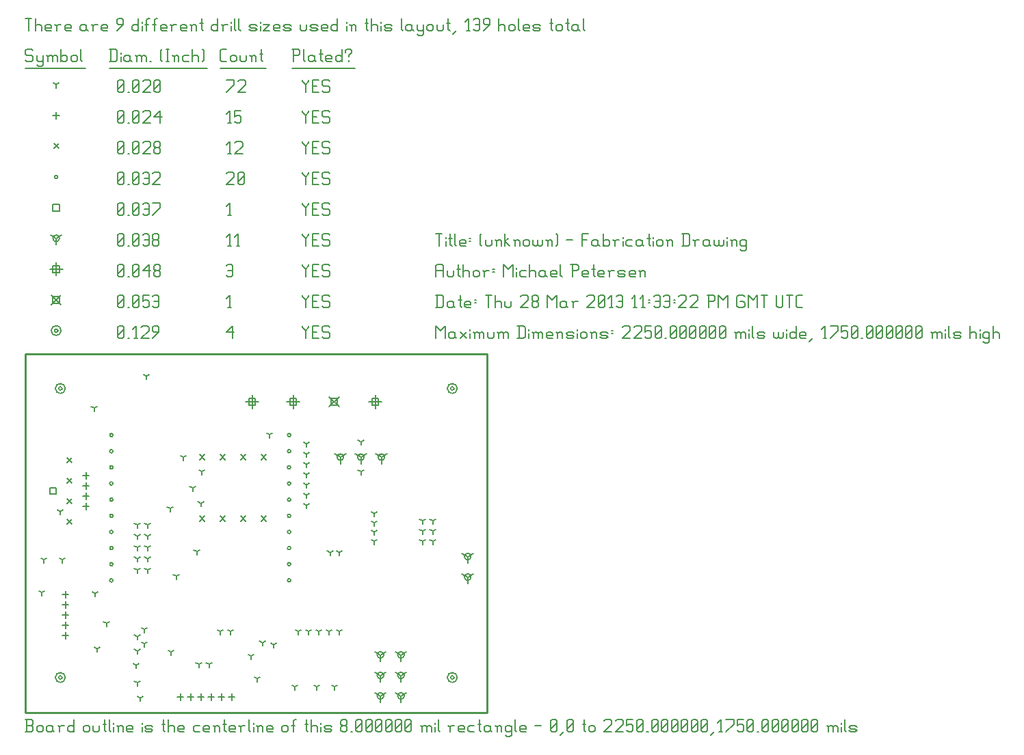
<source format=gbr>
G04 start of page 11 for group -3984 idx -3984 *
G04 Title: (unknown), fab *
G04 Creator: pcb 20110918 *
G04 CreationDate: Thu 28 Mar 2013 11:33:22 PM GMT UTC *
G04 For: railfan *
G04 Format: Gerber/RS-274X *
G04 PCB-Dimensions: 225000 175000 *
G04 PCB-Coordinate-Origin: lower left *
%MOIN*%
%FSLAX25Y25*%
%LNFAB*%
%ADD120C,0.0100*%
%ADD119C,0.0060*%
%ADD118R,0.0080X0.0080*%
G54D118*X16200Y17000D02*G75*G03X17800Y17000I800J0D01*G01*
G75*G03X16200Y17000I-800J0D01*G01*
X14600D02*G75*G03X19400Y17000I2400J0D01*G01*
G75*G03X14600Y17000I-2400J0D01*G01*
X207200D02*G75*G03X208800Y17000I800J0D01*G01*
G75*G03X207200Y17000I-800J0D01*G01*
X205600D02*G75*G03X210400Y17000I2400J0D01*G01*
G75*G03X205600Y17000I-2400J0D01*G01*
X16200Y158000D02*G75*G03X17800Y158000I800J0D01*G01*
G75*G03X16200Y158000I-800J0D01*G01*
X14600D02*G75*G03X19400Y158000I2400J0D01*G01*
G75*G03X14600Y158000I-2400J0D01*G01*
X207200D02*G75*G03X208800Y158000I800J0D01*G01*
G75*G03X207200Y158000I-800J0D01*G01*
X205600D02*G75*G03X210400Y158000I2400J0D01*G01*
G75*G03X205600Y158000I-2400J0D01*G01*
X14200Y186250D02*G75*G03X15800Y186250I800J0D01*G01*
G75*G03X14200Y186250I-800J0D01*G01*
X12600D02*G75*G03X17400Y186250I2400J0D01*G01*
G75*G03X12600Y186250I-2400J0D01*G01*
G54D119*X135000Y188500D02*Y187750D01*
X136500Y186250D01*
X138000Y187750D01*
Y188500D02*Y187750D01*
X136500Y186250D02*Y182500D01*
X139800Y185500D02*X142050D01*
X139800Y182500D02*X142800D01*
X139800Y188500D02*Y182500D01*
Y188500D02*X142800D01*
X147600D02*X148350Y187750D01*
X145350Y188500D02*X147600D01*
X144600Y187750D02*X145350Y188500D01*
X144600Y187750D02*Y186250D01*
X145350Y185500D01*
X147600D01*
X148350Y184750D01*
Y183250D01*
X147600Y182500D02*X148350Y183250D01*
X145350Y182500D02*X147600D01*
X144600Y183250D02*X145350Y182500D01*
X98000Y185500D02*X101000Y188500D01*
X98000Y185500D02*X101750D01*
X101000Y188500D02*Y182500D01*
X45000Y183250D02*X45750Y182500D01*
X45000Y187750D02*Y183250D01*
Y187750D02*X45750Y188500D01*
X47250D01*
X48000Y187750D01*
Y183250D01*
X47250Y182500D02*X48000Y183250D01*
X45750Y182500D02*X47250D01*
X45000Y184000D02*X48000Y187000D01*
X49800Y182500D02*X50550D01*
X53100D02*X54600D01*
X53850Y188500D02*Y182500D01*
X52350Y187000D02*X53850Y188500D01*
X56400Y187750D02*X57150Y188500D01*
X59400D01*
X60150Y187750D01*
Y186250D01*
X56400Y182500D02*X60150Y186250D01*
X56400Y182500D02*X60150D01*
X61950D02*X64950Y185500D01*
Y187750D02*Y185500D01*
X64200Y188500D02*X64950Y187750D01*
X62700Y188500D02*X64200D01*
X61950Y187750D02*X62700Y188500D01*
X61950Y187750D02*Y186250D01*
X62700Y185500D01*
X64950D01*
X148100Y153900D02*X152900Y149100D01*
X148100D02*X152900Y153900D01*
X148900Y153100D02*X152100D01*
X148900D02*Y149900D01*
X152100D01*
Y153100D02*Y149900D01*
X12600Y203650D02*X17400Y198850D01*
X12600D02*X17400Y203650D01*
X13400Y202850D02*X16600D01*
X13400D02*Y199650D01*
X16600D01*
Y202850D02*Y199650D01*
X135000Y203500D02*Y202750D01*
X136500Y201250D01*
X138000Y202750D01*
Y203500D02*Y202750D01*
X136500Y201250D02*Y197500D01*
X139800Y200500D02*X142050D01*
X139800Y197500D02*X142800D01*
X139800Y203500D02*Y197500D01*
Y203500D02*X142800D01*
X147600D02*X148350Y202750D01*
X145350Y203500D02*X147600D01*
X144600Y202750D02*X145350Y203500D01*
X144600Y202750D02*Y201250D01*
X145350Y200500D01*
X147600D01*
X148350Y199750D01*
Y198250D01*
X147600Y197500D02*X148350Y198250D01*
X145350Y197500D02*X147600D01*
X144600Y198250D02*X145350Y197500D01*
X98750D02*X100250D01*
X99500Y203500D02*Y197500D01*
X98000Y202000D02*X99500Y203500D01*
X45000Y198250D02*X45750Y197500D01*
X45000Y202750D02*Y198250D01*
Y202750D02*X45750Y203500D01*
X47250D01*
X48000Y202750D01*
Y198250D01*
X47250Y197500D02*X48000Y198250D01*
X45750Y197500D02*X47250D01*
X45000Y199000D02*X48000Y202000D01*
X49800Y197500D02*X50550D01*
X52350Y198250D02*X53100Y197500D01*
X52350Y202750D02*Y198250D01*
Y202750D02*X53100Y203500D01*
X54600D01*
X55350Y202750D01*
Y198250D01*
X54600Y197500D02*X55350Y198250D01*
X53100Y197500D02*X54600D01*
X52350Y199000D02*X55350Y202000D01*
X57150Y203500D02*X60150D01*
X57150D02*Y200500D01*
X57900Y201250D01*
X59400D01*
X60150Y200500D01*
Y198250D01*
X59400Y197500D02*X60150Y198250D01*
X57900Y197500D02*X59400D01*
X57150Y198250D02*X57900Y197500D01*
X61950Y202750D02*X62700Y203500D01*
X64200D01*
X64950Y202750D01*
Y198250D01*
X64200Y197500D02*X64950Y198250D01*
X62700Y197500D02*X64200D01*
X61950Y198250D02*X62700Y197500D01*
Y200500D02*X64950D01*
X170500Y154700D02*Y148300D01*
X167300Y151500D02*X173700D01*
X168900Y153100D02*X172100D01*
X168900D02*Y149900D01*
X172100D01*
Y153100D02*Y149900D01*
X130500Y154700D02*Y148300D01*
X127300Y151500D02*X133700D01*
X128900Y153100D02*X132100D01*
X128900D02*Y149900D01*
X132100D01*
Y153100D02*Y149900D01*
X110500Y154700D02*Y148300D01*
X107300Y151500D02*X113700D01*
X108900Y153100D02*X112100D01*
X108900D02*Y149900D01*
X112100D01*
Y153100D02*Y149900D01*
X15000Y219450D02*Y213050D01*
X11800Y216250D02*X18200D01*
X13400Y217850D02*X16600D01*
X13400D02*Y214650D01*
X16600D01*
Y217850D02*Y214650D01*
X135000Y218500D02*Y217750D01*
X136500Y216250D01*
X138000Y217750D01*
Y218500D02*Y217750D01*
X136500Y216250D02*Y212500D01*
X139800Y215500D02*X142050D01*
X139800Y212500D02*X142800D01*
X139800Y218500D02*Y212500D01*
Y218500D02*X142800D01*
X147600D02*X148350Y217750D01*
X145350Y218500D02*X147600D01*
X144600Y217750D02*X145350Y218500D01*
X144600Y217750D02*Y216250D01*
X145350Y215500D01*
X147600D01*
X148350Y214750D01*
Y213250D01*
X147600Y212500D02*X148350Y213250D01*
X145350Y212500D02*X147600D01*
X144600Y213250D02*X145350Y212500D01*
X98000Y217750D02*X98750Y218500D01*
X100250D01*
X101000Y217750D01*
Y213250D01*
X100250Y212500D02*X101000Y213250D01*
X98750Y212500D02*X100250D01*
X98000Y213250D02*X98750Y212500D01*
Y215500D02*X101000D01*
X45000Y213250D02*X45750Y212500D01*
X45000Y217750D02*Y213250D01*
Y217750D02*X45750Y218500D01*
X47250D01*
X48000Y217750D01*
Y213250D01*
X47250Y212500D02*X48000Y213250D01*
X45750Y212500D02*X47250D01*
X45000Y214000D02*X48000Y217000D01*
X49800Y212500D02*X50550D01*
X52350Y213250D02*X53100Y212500D01*
X52350Y217750D02*Y213250D01*
Y217750D02*X53100Y218500D01*
X54600D01*
X55350Y217750D01*
Y213250D01*
X54600Y212500D02*X55350Y213250D01*
X53100Y212500D02*X54600D01*
X52350Y214000D02*X55350Y217000D01*
X57150Y215500D02*X60150Y218500D01*
X57150Y215500D02*X60900D01*
X60150Y218500D02*Y212500D01*
X62700Y213250D02*X63450Y212500D01*
X62700Y214750D02*Y213250D01*
Y214750D02*X63450Y215500D01*
X64950D01*
X65700Y214750D01*
Y213250D01*
X64950Y212500D02*X65700Y213250D01*
X63450Y212500D02*X64950D01*
X62700Y216250D02*X63450Y215500D01*
X62700Y217750D02*Y216250D01*
Y217750D02*X63450Y218500D01*
X64950D01*
X65700Y217750D01*
Y216250D01*
X64950Y215500D02*X65700Y216250D01*
X173500Y124500D02*Y121300D01*
Y124500D02*X176273Y126100D01*
X173500Y124500D02*X170727Y126100D01*
X171900Y124500D02*G75*G03X175100Y124500I1600J0D01*G01*
G75*G03X171900Y124500I-1600J0D01*G01*
X163500D02*Y121300D01*
Y124500D02*X166273Y126100D01*
X163500Y124500D02*X160727Y126100D01*
X161900Y124500D02*G75*G03X165100Y124500I1600J0D01*G01*
G75*G03X161900Y124500I-1600J0D01*G01*
X153500D02*Y121300D01*
Y124500D02*X156273Y126100D01*
X153500Y124500D02*X150727Y126100D01*
X151900Y124500D02*G75*G03X155100Y124500I1600J0D01*G01*
G75*G03X151900Y124500I-1600J0D01*G01*
X215500Y76000D02*Y72800D01*
Y76000D02*X218273Y77600D01*
X215500Y76000D02*X212727Y77600D01*
X213900Y76000D02*G75*G03X217100Y76000I1600J0D01*G01*
G75*G03X213900Y76000I-1600J0D01*G01*
X215500Y66000D02*Y62800D01*
Y66000D02*X218273Y67600D01*
X215500Y66000D02*X212727Y67600D01*
X213900Y66000D02*G75*G03X217100Y66000I1600J0D01*G01*
G75*G03X213900Y66000I-1600J0D01*G01*
X173000Y28000D02*Y24800D01*
Y28000D02*X175773Y29600D01*
X173000Y28000D02*X170227Y29600D01*
X171400Y28000D02*G75*G03X174600Y28000I1600J0D01*G01*
G75*G03X171400Y28000I-1600J0D01*G01*
X173000Y18000D02*Y14800D01*
Y18000D02*X175773Y19600D01*
X173000Y18000D02*X170227Y19600D01*
X171400Y18000D02*G75*G03X174600Y18000I1600J0D01*G01*
G75*G03X171400Y18000I-1600J0D01*G01*
X173000Y8000D02*Y4800D01*
Y8000D02*X175773Y9600D01*
X173000Y8000D02*X170227Y9600D01*
X171400Y8000D02*G75*G03X174600Y8000I1600J0D01*G01*
G75*G03X171400Y8000I-1600J0D01*G01*
X183000Y28000D02*Y24800D01*
Y28000D02*X185773Y29600D01*
X183000Y28000D02*X180227Y29600D01*
X181400Y28000D02*G75*G03X184600Y28000I1600J0D01*G01*
G75*G03X181400Y28000I-1600J0D01*G01*
X183000Y18000D02*Y14800D01*
Y18000D02*X185773Y19600D01*
X183000Y18000D02*X180227Y19600D01*
X181400Y18000D02*G75*G03X184600Y18000I1600J0D01*G01*
G75*G03X181400Y18000I-1600J0D01*G01*
X183000Y8000D02*Y4800D01*
Y8000D02*X185773Y9600D01*
X183000Y8000D02*X180227Y9600D01*
X181400Y8000D02*G75*G03X184600Y8000I1600J0D01*G01*
G75*G03X181400Y8000I-1600J0D01*G01*
X15000Y231250D02*Y228050D01*
Y231250D02*X17773Y232850D01*
X15000Y231250D02*X12227Y232850D01*
X13400Y231250D02*G75*G03X16600Y231250I1600J0D01*G01*
G75*G03X13400Y231250I-1600J0D01*G01*
X135000Y233500D02*Y232750D01*
X136500Y231250D01*
X138000Y232750D01*
Y233500D02*Y232750D01*
X136500Y231250D02*Y227500D01*
X139800Y230500D02*X142050D01*
X139800Y227500D02*X142800D01*
X139800Y233500D02*Y227500D01*
Y233500D02*X142800D01*
X147600D02*X148350Y232750D01*
X145350Y233500D02*X147600D01*
X144600Y232750D02*X145350Y233500D01*
X144600Y232750D02*Y231250D01*
X145350Y230500D01*
X147600D01*
X148350Y229750D01*
Y228250D01*
X147600Y227500D02*X148350Y228250D01*
X145350Y227500D02*X147600D01*
X144600Y228250D02*X145350Y227500D01*
X98750D02*X100250D01*
X99500Y233500D02*Y227500D01*
X98000Y232000D02*X99500Y233500D01*
X102800Y227500D02*X104300D01*
X103550Y233500D02*Y227500D01*
X102050Y232000D02*X103550Y233500D01*
X45000Y228250D02*X45750Y227500D01*
X45000Y232750D02*Y228250D01*
Y232750D02*X45750Y233500D01*
X47250D01*
X48000Y232750D01*
Y228250D01*
X47250Y227500D02*X48000Y228250D01*
X45750Y227500D02*X47250D01*
X45000Y229000D02*X48000Y232000D01*
X49800Y227500D02*X50550D01*
X52350Y228250D02*X53100Y227500D01*
X52350Y232750D02*Y228250D01*
Y232750D02*X53100Y233500D01*
X54600D01*
X55350Y232750D01*
Y228250D01*
X54600Y227500D02*X55350Y228250D01*
X53100Y227500D02*X54600D01*
X52350Y229000D02*X55350Y232000D01*
X57150Y232750D02*X57900Y233500D01*
X59400D01*
X60150Y232750D01*
Y228250D01*
X59400Y227500D02*X60150Y228250D01*
X57900Y227500D02*X59400D01*
X57150Y228250D02*X57900Y227500D01*
Y230500D02*X60150D01*
X61950Y228250D02*X62700Y227500D01*
X61950Y229750D02*Y228250D01*
Y229750D02*X62700Y230500D01*
X64200D01*
X64950Y229750D01*
Y228250D01*
X64200Y227500D02*X64950Y228250D01*
X62700Y227500D02*X64200D01*
X61950Y231250D02*X62700Y230500D01*
X61950Y232750D02*Y231250D01*
Y232750D02*X62700Y233500D01*
X64200D01*
X64950Y232750D01*
Y231250D01*
X64200Y230500D02*X64950Y231250D01*
X11900Y109600D02*X15100D01*
X11900D02*Y106400D01*
X15100D01*
Y109600D02*Y106400D01*
X13400Y247850D02*X16600D01*
X13400D02*Y244650D01*
X16600D01*
Y247850D02*Y244650D01*
X135000Y248500D02*Y247750D01*
X136500Y246250D01*
X138000Y247750D01*
Y248500D02*Y247750D01*
X136500Y246250D02*Y242500D01*
X139800Y245500D02*X142050D01*
X139800Y242500D02*X142800D01*
X139800Y248500D02*Y242500D01*
Y248500D02*X142800D01*
X147600D02*X148350Y247750D01*
X145350Y248500D02*X147600D01*
X144600Y247750D02*X145350Y248500D01*
X144600Y247750D02*Y246250D01*
X145350Y245500D01*
X147600D01*
X148350Y244750D01*
Y243250D01*
X147600Y242500D02*X148350Y243250D01*
X145350Y242500D02*X147600D01*
X144600Y243250D02*X145350Y242500D01*
X98750D02*X100250D01*
X99500Y248500D02*Y242500D01*
X98000Y247000D02*X99500Y248500D01*
X45000Y243250D02*X45750Y242500D01*
X45000Y247750D02*Y243250D01*
Y247750D02*X45750Y248500D01*
X47250D01*
X48000Y247750D01*
Y243250D01*
X47250Y242500D02*X48000Y243250D01*
X45750Y242500D02*X47250D01*
X45000Y244000D02*X48000Y247000D01*
X49800Y242500D02*X50550D01*
X52350Y243250D02*X53100Y242500D01*
X52350Y247750D02*Y243250D01*
Y247750D02*X53100Y248500D01*
X54600D01*
X55350Y247750D01*
Y243250D01*
X54600Y242500D02*X55350Y243250D01*
X53100Y242500D02*X54600D01*
X52350Y244000D02*X55350Y247000D01*
X57150Y247750D02*X57900Y248500D01*
X59400D01*
X60150Y247750D01*
Y243250D01*
X59400Y242500D02*X60150Y243250D01*
X57900Y242500D02*X59400D01*
X57150Y243250D02*X57900Y242500D01*
Y245500D02*X60150D01*
X61950Y242500D02*X65700Y246250D01*
Y248500D02*Y246250D01*
X61950Y248500D02*X65700D01*
X41086Y135248D02*G75*G03X42686Y135248I800J0D01*G01*
G75*G03X41086Y135248I-800J0D01*G01*
Y127374D02*G75*G03X42686Y127374I800J0D01*G01*
G75*G03X41086Y127374I-800J0D01*G01*
Y119500D02*G75*G03X42686Y119500I800J0D01*G01*
G75*G03X41086Y119500I-800J0D01*G01*
Y111626D02*G75*G03X42686Y111626I800J0D01*G01*
G75*G03X41086Y111626I-800J0D01*G01*
Y103752D02*G75*G03X42686Y103752I800J0D01*G01*
G75*G03X41086Y103752I-800J0D01*G01*
Y95878D02*G75*G03X42686Y95878I800J0D01*G01*
G75*G03X41086Y95878I-800J0D01*G01*
Y88004D02*G75*G03X42686Y88004I800J0D01*G01*
G75*G03X41086Y88004I-800J0D01*G01*
Y80130D02*G75*G03X42686Y80130I800J0D01*G01*
G75*G03X41086Y80130I-800J0D01*G01*
Y72256D02*G75*G03X42686Y72256I800J0D01*G01*
G75*G03X41086Y72256I-800J0D01*G01*
Y64382D02*G75*G03X42686Y64382I800J0D01*G01*
G75*G03X41086Y64382I-800J0D01*G01*
X127700Y135248D02*G75*G03X129300Y135248I800J0D01*G01*
G75*G03X127700Y135248I-800J0D01*G01*
Y127374D02*G75*G03X129300Y127374I800J0D01*G01*
G75*G03X127700Y127374I-800J0D01*G01*
Y119500D02*G75*G03X129300Y119500I800J0D01*G01*
G75*G03X127700Y119500I-800J0D01*G01*
Y111626D02*G75*G03X129300Y111626I800J0D01*G01*
G75*G03X127700Y111626I-800J0D01*G01*
Y103752D02*G75*G03X129300Y103752I800J0D01*G01*
G75*G03X127700Y103752I-800J0D01*G01*
Y95878D02*G75*G03X129300Y95878I800J0D01*G01*
G75*G03X127700Y95878I-800J0D01*G01*
Y88004D02*G75*G03X129300Y88004I800J0D01*G01*
G75*G03X127700Y88004I-800J0D01*G01*
Y80130D02*G75*G03X129300Y80130I800J0D01*G01*
G75*G03X127700Y80130I-800J0D01*G01*
Y72256D02*G75*G03X129300Y72256I800J0D01*G01*
G75*G03X127700Y72256I-800J0D01*G01*
Y64382D02*G75*G03X129300Y64382I800J0D01*G01*
G75*G03X127700Y64382I-800J0D01*G01*
X14200Y261250D02*G75*G03X15800Y261250I800J0D01*G01*
G75*G03X14200Y261250I-800J0D01*G01*
X135000Y263500D02*Y262750D01*
X136500Y261250D01*
X138000Y262750D01*
Y263500D02*Y262750D01*
X136500Y261250D02*Y257500D01*
X139800Y260500D02*X142050D01*
X139800Y257500D02*X142800D01*
X139800Y263500D02*Y257500D01*
Y263500D02*X142800D01*
X147600D02*X148350Y262750D01*
X145350Y263500D02*X147600D01*
X144600Y262750D02*X145350Y263500D01*
X144600Y262750D02*Y261250D01*
X145350Y260500D01*
X147600D01*
X148350Y259750D01*
Y258250D01*
X147600Y257500D02*X148350Y258250D01*
X145350Y257500D02*X147600D01*
X144600Y258250D02*X145350Y257500D01*
X98000Y262750D02*X98750Y263500D01*
X101000D01*
X101750Y262750D01*
Y261250D01*
X98000Y257500D02*X101750Y261250D01*
X98000Y257500D02*X101750D01*
X103550Y258250D02*X104300Y257500D01*
X103550Y262750D02*Y258250D01*
Y262750D02*X104300Y263500D01*
X105800D01*
X106550Y262750D01*
Y258250D01*
X105800Y257500D02*X106550Y258250D01*
X104300Y257500D02*X105800D01*
X103550Y259000D02*X106550Y262000D01*
X45000Y258250D02*X45750Y257500D01*
X45000Y262750D02*Y258250D01*
Y262750D02*X45750Y263500D01*
X47250D01*
X48000Y262750D01*
Y258250D01*
X47250Y257500D02*X48000Y258250D01*
X45750Y257500D02*X47250D01*
X45000Y259000D02*X48000Y262000D01*
X49800Y257500D02*X50550D01*
X52350Y258250D02*X53100Y257500D01*
X52350Y262750D02*Y258250D01*
Y262750D02*X53100Y263500D01*
X54600D01*
X55350Y262750D01*
Y258250D01*
X54600Y257500D02*X55350Y258250D01*
X53100Y257500D02*X54600D01*
X52350Y259000D02*X55350Y262000D01*
X57150Y262750D02*X57900Y263500D01*
X59400D01*
X60150Y262750D01*
Y258250D01*
X59400Y257500D02*X60150Y258250D01*
X57900Y257500D02*X59400D01*
X57150Y258250D02*X57900Y257500D01*
Y260500D02*X60150D01*
X61950Y262750D02*X62700Y263500D01*
X64950D01*
X65700Y262750D01*
Y261250D01*
X61950Y257500D02*X65700Y261250D01*
X61950Y257500D02*X65700D01*
X20300Y124200D02*X22700Y121800D01*
X20300D02*X22700Y124200D01*
X20300Y114200D02*X22700Y111800D01*
X20300D02*X22700Y114200D01*
X20300Y104200D02*X22700Y101800D01*
X20300D02*X22700Y104200D01*
X20300Y94200D02*X22700Y91800D01*
X20300D02*X22700Y94200D01*
X84800Y95700D02*X87200Y93300D01*
X84800D02*X87200Y95700D01*
X94800D02*X97200Y93300D01*
X94800D02*X97200Y95700D01*
X104800D02*X107200Y93300D01*
X104800D02*X107200Y95700D01*
X114800D02*X117200Y93300D01*
X114800D02*X117200Y95700D01*
X114800Y125700D02*X117200Y123300D01*
X114800D02*X117200Y125700D01*
X104800D02*X107200Y123300D01*
X104800D02*X107200Y125700D01*
X94800D02*X97200Y123300D01*
X94800D02*X97200Y125700D01*
X84800D02*X87200Y123300D01*
X84800D02*X87200Y125700D01*
X13800Y277450D02*X16200Y275050D01*
X13800D02*X16200Y277450D01*
X135000Y278500D02*Y277750D01*
X136500Y276250D01*
X138000Y277750D01*
Y278500D02*Y277750D01*
X136500Y276250D02*Y272500D01*
X139800Y275500D02*X142050D01*
X139800Y272500D02*X142800D01*
X139800Y278500D02*Y272500D01*
Y278500D02*X142800D01*
X147600D02*X148350Y277750D01*
X145350Y278500D02*X147600D01*
X144600Y277750D02*X145350Y278500D01*
X144600Y277750D02*Y276250D01*
X145350Y275500D01*
X147600D01*
X148350Y274750D01*
Y273250D01*
X147600Y272500D02*X148350Y273250D01*
X145350Y272500D02*X147600D01*
X144600Y273250D02*X145350Y272500D01*
X98750D02*X100250D01*
X99500Y278500D02*Y272500D01*
X98000Y277000D02*X99500Y278500D01*
X102050Y277750D02*X102800Y278500D01*
X105050D01*
X105800Y277750D01*
Y276250D01*
X102050Y272500D02*X105800Y276250D01*
X102050Y272500D02*X105800D01*
X45000Y273250D02*X45750Y272500D01*
X45000Y277750D02*Y273250D01*
Y277750D02*X45750Y278500D01*
X47250D01*
X48000Y277750D01*
Y273250D01*
X47250Y272500D02*X48000Y273250D01*
X45750Y272500D02*X47250D01*
X45000Y274000D02*X48000Y277000D01*
X49800Y272500D02*X50550D01*
X52350Y273250D02*X53100Y272500D01*
X52350Y277750D02*Y273250D01*
Y277750D02*X53100Y278500D01*
X54600D01*
X55350Y277750D01*
Y273250D01*
X54600Y272500D02*X55350Y273250D01*
X53100Y272500D02*X54600D01*
X52350Y274000D02*X55350Y277000D01*
X57150Y277750D02*X57900Y278500D01*
X60150D01*
X60900Y277750D01*
Y276250D01*
X57150Y272500D02*X60900Y276250D01*
X57150Y272500D02*X60900D01*
X62700Y273250D02*X63450Y272500D01*
X62700Y274750D02*Y273250D01*
Y274750D02*X63450Y275500D01*
X64950D01*
X65700Y274750D01*
Y273250D01*
X64950Y272500D02*X65700Y273250D01*
X63450Y272500D02*X64950D01*
X62700Y276250D02*X63450Y275500D01*
X62700Y277750D02*Y276250D01*
Y277750D02*X63450Y278500D01*
X64950D01*
X65700Y277750D01*
Y276250D01*
X64950Y275500D02*X65700Y276250D01*
X29500Y117100D02*Y113900D01*
X27900Y115500D02*X31100D01*
X29500Y112100D02*Y108900D01*
X27900Y110500D02*X31100D01*
X29500Y107100D02*Y103900D01*
X27900Y105500D02*X31100D01*
X29500Y102100D02*Y98900D01*
X27900Y100500D02*X31100D01*
X19500Y59100D02*Y55900D01*
X17900Y57500D02*X21100D01*
X19500Y54100D02*Y50900D01*
X17900Y52500D02*X21100D01*
X19500Y49100D02*Y45900D01*
X17900Y47500D02*X21100D01*
X19500Y44100D02*Y40900D01*
X17900Y42500D02*X21100D01*
X19500Y39100D02*Y35900D01*
X17900Y37500D02*X21100D01*
X100500Y9100D02*Y5900D01*
X98900Y7500D02*X102100D01*
X95500Y9100D02*Y5900D01*
X93900Y7500D02*X97100D01*
X90500Y9100D02*Y5900D01*
X88900Y7500D02*X92100D01*
X85500Y9100D02*Y5900D01*
X83900Y7500D02*X87100D01*
X80500Y9100D02*Y5900D01*
X78900Y7500D02*X82100D01*
X75500Y9100D02*Y5900D01*
X73900Y7500D02*X77100D01*
X15000Y292850D02*Y289650D01*
X13400Y291250D02*X16600D01*
X135000Y293500D02*Y292750D01*
X136500Y291250D01*
X138000Y292750D01*
Y293500D02*Y292750D01*
X136500Y291250D02*Y287500D01*
X139800Y290500D02*X142050D01*
X139800Y287500D02*X142800D01*
X139800Y293500D02*Y287500D01*
Y293500D02*X142800D01*
X147600D02*X148350Y292750D01*
X145350Y293500D02*X147600D01*
X144600Y292750D02*X145350Y293500D01*
X144600Y292750D02*Y291250D01*
X145350Y290500D01*
X147600D01*
X148350Y289750D01*
Y288250D01*
X147600Y287500D02*X148350Y288250D01*
X145350Y287500D02*X147600D01*
X144600Y288250D02*X145350Y287500D01*
X98750D02*X100250D01*
X99500Y293500D02*Y287500D01*
X98000Y292000D02*X99500Y293500D01*
X102050D02*X105050D01*
X102050D02*Y290500D01*
X102800Y291250D01*
X104300D01*
X105050Y290500D01*
Y288250D01*
X104300Y287500D02*X105050Y288250D01*
X102800Y287500D02*X104300D01*
X102050Y288250D02*X102800Y287500D01*
X45000Y288250D02*X45750Y287500D01*
X45000Y292750D02*Y288250D01*
Y292750D02*X45750Y293500D01*
X47250D01*
X48000Y292750D01*
Y288250D01*
X47250Y287500D02*X48000Y288250D01*
X45750Y287500D02*X47250D01*
X45000Y289000D02*X48000Y292000D01*
X49800Y287500D02*X50550D01*
X52350Y288250D02*X53100Y287500D01*
X52350Y292750D02*Y288250D01*
Y292750D02*X53100Y293500D01*
X54600D01*
X55350Y292750D01*
Y288250D01*
X54600Y287500D02*X55350Y288250D01*
X53100Y287500D02*X54600D01*
X52350Y289000D02*X55350Y292000D01*
X57150Y292750D02*X57900Y293500D01*
X60150D01*
X60900Y292750D01*
Y291250D01*
X57150Y287500D02*X60900Y291250D01*
X57150Y287500D02*X60900D01*
X62700Y290500D02*X65700Y293500D01*
X62700Y290500D02*X66450D01*
X65700Y293500D02*Y287500D01*
X150606Y12500D02*Y10900D01*
Y12500D02*X151993Y13300D01*
X150606Y12500D02*X149219Y13300D01*
X131394Y12500D02*Y10900D01*
Y12500D02*X132781Y13300D01*
X131394Y12500D02*X130007Y13300D01*
X85500Y102000D02*Y100400D01*
Y102000D02*X86887Y102800D01*
X85500Y102000D02*X84113Y102800D01*
X77000Y124500D02*Y122900D01*
Y124500D02*X78387Y125300D01*
X77000Y124500D02*X75613Y125300D01*
X170000Y83500D02*Y81900D01*
Y83500D02*X171387Y84300D01*
X170000Y83500D02*X168613Y84300D01*
X170000Y97000D02*Y95400D01*
Y97000D02*X171387Y97800D01*
X170000Y97000D02*X168613Y97800D01*
X170000Y88000D02*Y86400D01*
Y88000D02*X171387Y88800D01*
X170000Y88000D02*X168613Y88800D01*
X153000Y78000D02*Y76400D01*
Y78000D02*X154387Y78800D01*
X153000Y78000D02*X151613Y78800D01*
X148500Y78000D02*Y76400D01*
Y78000D02*X149887Y78800D01*
X148500Y78000D02*X147113Y78800D01*
X193500Y93500D02*Y91900D01*
Y93500D02*X194887Y94300D01*
X193500Y93500D02*X192113Y94300D01*
X198500Y93500D02*Y91900D01*
Y93500D02*X199887Y94300D01*
X198500Y93500D02*X197113Y94300D01*
X170000Y92500D02*Y90900D01*
Y92500D02*X171387Y93300D01*
X170000Y92500D02*X168613Y93300D01*
X142000Y12500D02*Y10900D01*
Y12500D02*X143387Y13300D01*
X142000Y12500D02*X140613Y13300D01*
X137000Y101000D02*Y99400D01*
Y101000D02*X138387Y101800D01*
X137000Y101000D02*X135613Y101800D01*
X89500Y23500D02*Y21900D01*
Y23500D02*X90887Y24300D01*
X89500Y23500D02*X88113Y24300D01*
X137000Y131000D02*Y129400D01*
Y131000D02*X138387Y131800D01*
X137000Y131000D02*X135613Y131800D01*
X137000Y126000D02*Y124400D01*
Y126000D02*X138387Y126800D01*
X137000Y126000D02*X135613Y126800D01*
X137000Y121000D02*Y119400D01*
Y121000D02*X138387Y121800D01*
X137000Y121000D02*X135613Y121800D01*
X137000Y116000D02*Y114400D01*
Y116000D02*X138387Y116800D01*
X137000Y116000D02*X135613Y116800D01*
X137000Y111000D02*Y109400D01*
Y111000D02*X138387Y111800D01*
X137000Y111000D02*X135613Y111800D01*
X137000Y106000D02*Y104400D01*
Y106000D02*X138387Y106800D01*
X137000Y106000D02*X135613Y106800D01*
X59500Y86000D02*Y84400D01*
Y86000D02*X60887Y86800D01*
X59500Y86000D02*X58113Y86800D01*
X34000Y58000D02*Y56400D01*
Y58000D02*X35387Y58800D01*
X34000Y58000D02*X32613Y58800D01*
X54500Y86000D02*Y84400D01*
Y86000D02*X55887Y86800D01*
X54500Y86000D02*X53113Y86800D01*
X54500Y91500D02*Y89900D01*
Y91500D02*X55887Y92300D01*
X54500Y91500D02*X53113Y92300D01*
X59500Y91500D02*Y89900D01*
Y91500D02*X60887Y92300D01*
X59500Y91500D02*X58113Y92300D01*
X193500Y83500D02*Y81900D01*
Y83500D02*X194887Y84300D01*
X193500Y83500D02*X192113Y84300D01*
X59500Y80500D02*Y78900D01*
Y80500D02*X60887Y81300D01*
X59500Y80500D02*X58113Y81300D01*
X54500Y80500D02*Y78900D01*
Y80500D02*X55887Y81300D01*
X54500Y80500D02*X53113Y81300D01*
X115500Y34000D02*Y32400D01*
Y34000D02*X116887Y34800D01*
X115500Y34000D02*X114113Y34800D01*
X143000Y39500D02*Y37900D01*
Y39500D02*X144387Y40300D01*
X143000Y39500D02*X141613Y40300D01*
X148000Y39500D02*Y37900D01*
Y39500D02*X149387Y40300D01*
X148000Y39500D02*X146613Y40300D01*
X153000Y39500D02*Y37900D01*
Y39500D02*X154387Y40300D01*
X153000Y39500D02*X151613Y40300D01*
X138000Y39500D02*Y37900D01*
Y39500D02*X139387Y40300D01*
X138000Y39500D02*X136613Y40300D01*
X133000Y39500D02*Y37900D01*
Y39500D02*X134387Y40300D01*
X133000Y39500D02*X131613Y40300D01*
X95000Y39500D02*Y37900D01*
Y39500D02*X96387Y40300D01*
X95000Y39500D02*X93613Y40300D01*
X100000Y39500D02*Y37900D01*
Y39500D02*X101387Y40300D01*
X100000Y39500D02*X98613Y40300D01*
X73500Y66500D02*Y64900D01*
Y66500D02*X74887Y67300D01*
X73500Y66500D02*X72113Y67300D01*
X198500Y83500D02*Y81900D01*
Y83500D02*X199887Y84300D01*
X198500Y83500D02*X197113Y84300D01*
X58000Y40500D02*Y38900D01*
Y40500D02*X59387Y41300D01*
X58000Y40500D02*X56613Y41300D01*
X54500Y37000D02*Y35400D01*
Y37000D02*X55887Y37800D01*
X54500Y37000D02*X53113Y37800D01*
X58000Y33500D02*Y31900D01*
Y33500D02*X59387Y34300D01*
X58000Y33500D02*X56613Y34300D01*
X70500Y99500D02*Y97900D01*
Y99500D02*X71887Y100300D01*
X70500Y99500D02*X69113Y100300D01*
X81500Y109500D02*Y107900D01*
Y109500D02*X82887Y110300D01*
X81500Y109500D02*X80113Y110300D01*
X86000Y117500D02*Y115900D01*
Y117500D02*X87387Y118300D01*
X86000Y117500D02*X84613Y118300D01*
X83500Y78500D02*Y76900D01*
Y78500D02*X84887Y79300D01*
X83500Y78500D02*X82113Y79300D01*
X121000Y33000D02*Y31400D01*
Y33000D02*X122387Y33800D01*
X121000Y33000D02*X119613Y33800D01*
X33500Y148500D02*Y146900D01*
Y148500D02*X34887Y149300D01*
X33500Y148500D02*X32113Y149300D01*
X84500Y23500D02*Y21900D01*
Y23500D02*X85887Y24300D01*
X84500Y23500D02*X83113Y24300D01*
X59500Y75000D02*Y73400D01*
Y75000D02*X60887Y75800D01*
X59500Y75000D02*X58113Y75800D01*
X54500Y75000D02*Y73400D01*
Y75000D02*X55887Y75800D01*
X54500Y75000D02*X53113Y75800D01*
X59500Y69500D02*Y67900D01*
Y69500D02*X60887Y70300D01*
X59500Y69500D02*X58113Y70300D01*
X54500Y69500D02*Y67900D01*
Y69500D02*X55887Y70300D01*
X54500Y69500D02*X53113Y70300D01*
X193500Y88500D02*Y86900D01*
Y88500D02*X194887Y89300D01*
X193500Y88500D02*X192113Y89300D01*
X198500Y88500D02*Y86900D01*
Y88500D02*X199887Y89300D01*
X198500Y88500D02*X197113Y89300D01*
X54500Y14500D02*Y12900D01*
Y14500D02*X55887Y15300D01*
X54500Y14500D02*X53113Y15300D01*
X39500Y43500D02*Y41900D01*
Y43500D02*X40887Y44300D01*
X39500Y43500D02*X38113Y44300D01*
X35000Y31000D02*Y29400D01*
Y31000D02*X36387Y31800D01*
X35000Y31000D02*X33613Y31800D01*
X56000Y7000D02*Y5400D01*
Y7000D02*X57387Y7800D01*
X56000Y7000D02*X54613Y7800D01*
X17000Y98000D02*Y96400D01*
Y98000D02*X18387Y98800D01*
X17000Y98000D02*X15613Y98800D01*
X8000Y58500D02*Y56900D01*
Y58500D02*X9387Y59300D01*
X8000Y58500D02*X6613Y59300D01*
X18000Y74500D02*Y72900D01*
Y74500D02*X19387Y75300D01*
X18000Y74500D02*X16613Y75300D01*
X9000Y74500D02*Y72900D01*
Y74500D02*X10387Y75300D01*
X9000Y74500D02*X7613Y75300D01*
X71000Y29500D02*Y27900D01*
Y29500D02*X72387Y30300D01*
X71000Y29500D02*X69613Y30300D01*
X113000Y16500D02*Y14900D01*
Y16500D02*X114387Y17300D01*
X113000Y16500D02*X111613Y17300D01*
X59000Y164000D02*Y162400D01*
Y164000D02*X60387Y164800D01*
X59000Y164000D02*X57613Y164800D01*
X163500Y117500D02*Y115900D01*
Y117500D02*X164887Y118300D01*
X163500Y117500D02*X162113Y118300D01*
X163500Y132000D02*Y130400D01*
Y132000D02*X164887Y132800D01*
X163500Y132000D02*X162113Y132800D01*
X110000Y27500D02*Y25900D01*
Y27500D02*X111387Y28300D01*
X110000Y27500D02*X108613Y28300D01*
X54500Y30000D02*Y28400D01*
Y30000D02*X55887Y30800D01*
X54500Y30000D02*X53113Y30800D01*
X54000Y23000D02*Y21400D01*
Y23000D02*X55387Y23800D01*
X54000Y23000D02*X52613Y23800D01*
X119000Y135500D02*Y133900D01*
Y135500D02*X120387Y136300D01*
X119000Y135500D02*X117613Y136300D01*
X15000Y306250D02*Y304650D01*
Y306250D02*X16387Y307050D01*
X15000Y306250D02*X13613Y307050D01*
X135000Y308500D02*Y307750D01*
X136500Y306250D01*
X138000Y307750D01*
Y308500D02*Y307750D01*
X136500Y306250D02*Y302500D01*
X139800Y305500D02*X142050D01*
X139800Y302500D02*X142800D01*
X139800Y308500D02*Y302500D01*
Y308500D02*X142800D01*
X147600D02*X148350Y307750D01*
X145350Y308500D02*X147600D01*
X144600Y307750D02*X145350Y308500D01*
X144600Y307750D02*Y306250D01*
X145350Y305500D01*
X147600D01*
X148350Y304750D01*
Y303250D01*
X147600Y302500D02*X148350Y303250D01*
X145350Y302500D02*X147600D01*
X144600Y303250D02*X145350Y302500D01*
X98000D02*X101750Y306250D01*
Y308500D02*Y306250D01*
X98000Y308500D02*X101750D01*
X103550Y307750D02*X104300Y308500D01*
X106550D01*
X107300Y307750D01*
Y306250D01*
X103550Y302500D02*X107300Y306250D01*
X103550Y302500D02*X107300D01*
X45000Y303250D02*X45750Y302500D01*
X45000Y307750D02*Y303250D01*
Y307750D02*X45750Y308500D01*
X47250D01*
X48000Y307750D01*
Y303250D01*
X47250Y302500D02*X48000Y303250D01*
X45750Y302500D02*X47250D01*
X45000Y304000D02*X48000Y307000D01*
X49800Y302500D02*X50550D01*
X52350Y303250D02*X53100Y302500D01*
X52350Y307750D02*Y303250D01*
Y307750D02*X53100Y308500D01*
X54600D01*
X55350Y307750D01*
Y303250D01*
X54600Y302500D02*X55350Y303250D01*
X53100Y302500D02*X54600D01*
X52350Y304000D02*X55350Y307000D01*
X57150Y307750D02*X57900Y308500D01*
X60150D01*
X60900Y307750D01*
Y306250D01*
X57150Y302500D02*X60900Y306250D01*
X57150Y302500D02*X60900D01*
X62700Y303250D02*X63450Y302500D01*
X62700Y307750D02*Y303250D01*
Y307750D02*X63450Y308500D01*
X64950D01*
X65700Y307750D01*
Y303250D01*
X64950Y302500D02*X65700Y303250D01*
X63450Y302500D02*X64950D01*
X62700Y304000D02*X65700Y307000D01*
X3000Y323500D02*X3750Y322750D01*
X750Y323500D02*X3000D01*
X0Y322750D02*X750Y323500D01*
X0Y322750D02*Y321250D01*
X750Y320500D01*
X3000D01*
X3750Y319750D01*
Y318250D01*
X3000Y317500D02*X3750Y318250D01*
X750Y317500D02*X3000D01*
X0Y318250D02*X750Y317500D01*
X5550Y320500D02*Y318250D01*
X6300Y317500D01*
X8550Y320500D02*Y316000D01*
X7800Y315250D02*X8550Y316000D01*
X6300Y315250D02*X7800D01*
X5550Y316000D02*X6300Y315250D01*
Y317500D02*X7800D01*
X8550Y318250D01*
X11100Y319750D02*Y317500D01*
Y319750D02*X11850Y320500D01*
X12600D01*
X13350Y319750D01*
Y317500D01*
Y319750D02*X14100Y320500D01*
X14850D01*
X15600Y319750D01*
Y317500D01*
X10350Y320500D02*X11100Y319750D01*
X17400Y323500D02*Y317500D01*
Y318250D02*X18150Y317500D01*
X19650D01*
X20400Y318250D01*
Y319750D02*Y318250D01*
X19650Y320500D02*X20400Y319750D01*
X18150Y320500D02*X19650D01*
X17400Y319750D02*X18150Y320500D01*
X22200Y319750D02*Y318250D01*
Y319750D02*X22950Y320500D01*
X24450D01*
X25200Y319750D01*
Y318250D01*
X24450Y317500D02*X25200Y318250D01*
X22950Y317500D02*X24450D01*
X22200Y318250D02*X22950Y317500D01*
X27000Y323500D02*Y318250D01*
X27750Y317500D01*
X0Y314250D02*X29250D01*
X41750Y323500D02*Y317500D01*
X44000Y323500D02*X44750Y322750D01*
Y318250D01*
X44000Y317500D02*X44750Y318250D01*
X41000Y317500D02*X44000D01*
X41000Y323500D02*X44000D01*
X46550Y322000D02*Y321250D01*
Y319750D02*Y317500D01*
X50300Y320500D02*X51050Y319750D01*
X48800Y320500D02*X50300D01*
X48050Y319750D02*X48800Y320500D01*
X48050Y319750D02*Y318250D01*
X48800Y317500D01*
X51050Y320500D02*Y318250D01*
X51800Y317500D01*
X48800D02*X50300D01*
X51050Y318250D01*
X54350Y319750D02*Y317500D01*
Y319750D02*X55100Y320500D01*
X55850D01*
X56600Y319750D01*
Y317500D01*
Y319750D02*X57350Y320500D01*
X58100D01*
X58850Y319750D01*
Y317500D01*
X53600Y320500D02*X54350Y319750D01*
X60650Y317500D02*X61400D01*
X65900Y318250D02*X66650Y317500D01*
X65900Y322750D02*X66650Y323500D01*
X65900Y322750D02*Y318250D01*
X68450Y323500D02*X69950D01*
X69200D02*Y317500D01*
X68450D02*X69950D01*
X72500Y319750D02*Y317500D01*
Y319750D02*X73250Y320500D01*
X74000D01*
X74750Y319750D01*
Y317500D01*
X71750Y320500D02*X72500Y319750D01*
X77300Y320500D02*X79550D01*
X76550Y319750D02*X77300Y320500D01*
X76550Y319750D02*Y318250D01*
X77300Y317500D01*
X79550D01*
X81350Y323500D02*Y317500D01*
Y319750D02*X82100Y320500D01*
X83600D01*
X84350Y319750D01*
Y317500D01*
X86150Y323500D02*X86900Y322750D01*
Y318250D01*
X86150Y317500D02*X86900Y318250D01*
X41000Y314250D02*X88700D01*
X95750Y317500D02*X98000D01*
X95000Y318250D02*X95750Y317500D01*
X95000Y322750D02*Y318250D01*
Y322750D02*X95750Y323500D01*
X98000D01*
X99800Y319750D02*Y318250D01*
Y319750D02*X100550Y320500D01*
X102050D01*
X102800Y319750D01*
Y318250D01*
X102050Y317500D02*X102800Y318250D01*
X100550Y317500D02*X102050D01*
X99800Y318250D02*X100550Y317500D01*
X104600Y320500D02*Y318250D01*
X105350Y317500D01*
X106850D01*
X107600Y318250D01*
Y320500D02*Y318250D01*
X110150Y319750D02*Y317500D01*
Y319750D02*X110900Y320500D01*
X111650D01*
X112400Y319750D01*
Y317500D01*
X109400Y320500D02*X110150Y319750D01*
X114950Y323500D02*Y318250D01*
X115700Y317500D01*
X114200Y321250D02*X115700D01*
X95000Y314250D02*X117200D01*
X130750Y323500D02*Y317500D01*
X130000Y323500D02*X133000D01*
X133750Y322750D01*
Y321250D01*
X133000Y320500D02*X133750Y321250D01*
X130750Y320500D02*X133000D01*
X135550Y323500D02*Y318250D01*
X136300Y317500D01*
X140050Y320500D02*X140800Y319750D01*
X138550Y320500D02*X140050D01*
X137800Y319750D02*X138550Y320500D01*
X137800Y319750D02*Y318250D01*
X138550Y317500D01*
X140800Y320500D02*Y318250D01*
X141550Y317500D01*
X138550D02*X140050D01*
X140800Y318250D01*
X144100Y323500D02*Y318250D01*
X144850Y317500D01*
X143350Y321250D02*X144850D01*
X147100Y317500D02*X149350D01*
X146350Y318250D02*X147100Y317500D01*
X146350Y319750D02*Y318250D01*
Y319750D02*X147100Y320500D01*
X148600D01*
X149350Y319750D01*
X146350Y319000D02*X149350D01*
Y319750D02*Y319000D01*
X154150Y323500D02*Y317500D01*
X153400D02*X154150Y318250D01*
X151900Y317500D02*X153400D01*
X151150Y318250D02*X151900Y317500D01*
X151150Y319750D02*Y318250D01*
Y319750D02*X151900Y320500D01*
X153400D01*
X154150Y319750D01*
X157450Y320500D02*Y319750D01*
Y318250D02*Y317500D01*
X155950Y322750D02*Y322000D01*
Y322750D02*X156700Y323500D01*
X158200D01*
X158950Y322750D01*
Y322000D01*
X157450Y320500D02*X158950Y322000D01*
X130000Y314250D02*X160750D01*
X0Y338500D02*X3000D01*
X1500D02*Y332500D01*
X4800Y338500D02*Y332500D01*
Y334750D02*X5550Y335500D01*
X7050D01*
X7800Y334750D01*
Y332500D01*
X10350D02*X12600D01*
X9600Y333250D02*X10350Y332500D01*
X9600Y334750D02*Y333250D01*
Y334750D02*X10350Y335500D01*
X11850D01*
X12600Y334750D01*
X9600Y334000D02*X12600D01*
Y334750D02*Y334000D01*
X15150Y334750D02*Y332500D01*
Y334750D02*X15900Y335500D01*
X17400D01*
X14400D02*X15150Y334750D01*
X19950Y332500D02*X22200D01*
X19200Y333250D02*X19950Y332500D01*
X19200Y334750D02*Y333250D01*
Y334750D02*X19950Y335500D01*
X21450D01*
X22200Y334750D01*
X19200Y334000D02*X22200D01*
Y334750D02*Y334000D01*
X28950Y335500D02*X29700Y334750D01*
X27450Y335500D02*X28950D01*
X26700Y334750D02*X27450Y335500D01*
X26700Y334750D02*Y333250D01*
X27450Y332500D01*
X29700Y335500D02*Y333250D01*
X30450Y332500D01*
X27450D02*X28950D01*
X29700Y333250D01*
X33000Y334750D02*Y332500D01*
Y334750D02*X33750Y335500D01*
X35250D01*
X32250D02*X33000Y334750D01*
X37800Y332500D02*X40050D01*
X37050Y333250D02*X37800Y332500D01*
X37050Y334750D02*Y333250D01*
Y334750D02*X37800Y335500D01*
X39300D01*
X40050Y334750D01*
X37050Y334000D02*X40050D01*
Y334750D02*Y334000D01*
X44550Y332500D02*X47550Y335500D01*
Y337750D02*Y335500D01*
X46800Y338500D02*X47550Y337750D01*
X45300Y338500D02*X46800D01*
X44550Y337750D02*X45300Y338500D01*
X44550Y337750D02*Y336250D01*
X45300Y335500D01*
X47550D01*
X55050Y338500D02*Y332500D01*
X54300D02*X55050Y333250D01*
X52800Y332500D02*X54300D01*
X52050Y333250D02*X52800Y332500D01*
X52050Y334750D02*Y333250D01*
Y334750D02*X52800Y335500D01*
X54300D01*
X55050Y334750D01*
X56850Y337000D02*Y336250D01*
Y334750D02*Y332500D01*
X59100Y337750D02*Y332500D01*
Y337750D02*X59850Y338500D01*
X60600D01*
X58350Y335500D02*X59850D01*
X62850Y337750D02*Y332500D01*
Y337750D02*X63600Y338500D01*
X64350D01*
X62100Y335500D02*X63600D01*
X66600Y332500D02*X68850D01*
X65850Y333250D02*X66600Y332500D01*
X65850Y334750D02*Y333250D01*
Y334750D02*X66600Y335500D01*
X68100D01*
X68850Y334750D01*
X65850Y334000D02*X68850D01*
Y334750D02*Y334000D01*
X71400Y334750D02*Y332500D01*
Y334750D02*X72150Y335500D01*
X73650D01*
X70650D02*X71400Y334750D01*
X76200Y332500D02*X78450D01*
X75450Y333250D02*X76200Y332500D01*
X75450Y334750D02*Y333250D01*
Y334750D02*X76200Y335500D01*
X77700D01*
X78450Y334750D01*
X75450Y334000D02*X78450D01*
Y334750D02*Y334000D01*
X81000Y334750D02*Y332500D01*
Y334750D02*X81750Y335500D01*
X82500D01*
X83250Y334750D01*
Y332500D01*
X80250Y335500D02*X81000Y334750D01*
X85800Y338500D02*Y333250D01*
X86550Y332500D01*
X85050Y336250D02*X86550D01*
X93750Y338500D02*Y332500D01*
X93000D02*X93750Y333250D01*
X91500Y332500D02*X93000D01*
X90750Y333250D02*X91500Y332500D01*
X90750Y334750D02*Y333250D01*
Y334750D02*X91500Y335500D01*
X93000D01*
X93750Y334750D01*
X96300D02*Y332500D01*
Y334750D02*X97050Y335500D01*
X98550D01*
X95550D02*X96300Y334750D01*
X100350Y337000D02*Y336250D01*
Y334750D02*Y332500D01*
X101850Y338500D02*Y333250D01*
X102600Y332500D01*
X104100Y338500D02*Y333250D01*
X104850Y332500D01*
X109800D02*X112050D01*
X112800Y333250D01*
X112050Y334000D02*X112800Y333250D01*
X109800Y334000D02*X112050D01*
X109050Y334750D02*X109800Y334000D01*
X109050Y334750D02*X109800Y335500D01*
X112050D01*
X112800Y334750D01*
X109050Y333250D02*X109800Y332500D01*
X114600Y337000D02*Y336250D01*
Y334750D02*Y332500D01*
X116100Y335500D02*X119100D01*
X116100Y332500D02*X119100Y335500D01*
X116100Y332500D02*X119100D01*
X121650D02*X123900D01*
X120900Y333250D02*X121650Y332500D01*
X120900Y334750D02*Y333250D01*
Y334750D02*X121650Y335500D01*
X123150D01*
X123900Y334750D01*
X120900Y334000D02*X123900D01*
Y334750D02*Y334000D01*
X126450Y332500D02*X128700D01*
X129450Y333250D01*
X128700Y334000D02*X129450Y333250D01*
X126450Y334000D02*X128700D01*
X125700Y334750D02*X126450Y334000D01*
X125700Y334750D02*X126450Y335500D01*
X128700D01*
X129450Y334750D01*
X125700Y333250D02*X126450Y332500D01*
X133950Y335500D02*Y333250D01*
X134700Y332500D01*
X136200D01*
X136950Y333250D01*
Y335500D02*Y333250D01*
X139500Y332500D02*X141750D01*
X142500Y333250D01*
X141750Y334000D02*X142500Y333250D01*
X139500Y334000D02*X141750D01*
X138750Y334750D02*X139500Y334000D01*
X138750Y334750D02*X139500Y335500D01*
X141750D01*
X142500Y334750D01*
X138750Y333250D02*X139500Y332500D01*
X145050D02*X147300D01*
X144300Y333250D02*X145050Y332500D01*
X144300Y334750D02*Y333250D01*
Y334750D02*X145050Y335500D01*
X146550D01*
X147300Y334750D01*
X144300Y334000D02*X147300D01*
Y334750D02*Y334000D01*
X152100Y338500D02*Y332500D01*
X151350D02*X152100Y333250D01*
X149850Y332500D02*X151350D01*
X149100Y333250D02*X149850Y332500D01*
X149100Y334750D02*Y333250D01*
Y334750D02*X149850Y335500D01*
X151350D01*
X152100Y334750D01*
X156600Y337000D02*Y336250D01*
Y334750D02*Y332500D01*
X158850Y334750D02*Y332500D01*
Y334750D02*X159600Y335500D01*
X160350D01*
X161100Y334750D01*
Y332500D01*
X158100Y335500D02*X158850Y334750D01*
X166350Y338500D02*Y333250D01*
X167100Y332500D01*
X165600Y336250D02*X167100D01*
X168600Y338500D02*Y332500D01*
Y334750D02*X169350Y335500D01*
X170850D01*
X171600Y334750D01*
Y332500D01*
X173400Y337000D02*Y336250D01*
Y334750D02*Y332500D01*
X175650D02*X177900D01*
X178650Y333250D01*
X177900Y334000D02*X178650Y333250D01*
X175650Y334000D02*X177900D01*
X174900Y334750D02*X175650Y334000D01*
X174900Y334750D02*X175650Y335500D01*
X177900D01*
X178650Y334750D01*
X174900Y333250D02*X175650Y332500D01*
X183150Y338500D02*Y333250D01*
X183900Y332500D01*
X187650Y335500D02*X188400Y334750D01*
X186150Y335500D02*X187650D01*
X185400Y334750D02*X186150Y335500D01*
X185400Y334750D02*Y333250D01*
X186150Y332500D01*
X188400Y335500D02*Y333250D01*
X189150Y332500D01*
X186150D02*X187650D01*
X188400Y333250D01*
X190950Y335500D02*Y333250D01*
X191700Y332500D01*
X193950Y335500D02*Y331000D01*
X193200Y330250D02*X193950Y331000D01*
X191700Y330250D02*X193200D01*
X190950Y331000D02*X191700Y330250D01*
Y332500D02*X193200D01*
X193950Y333250D01*
X195750Y334750D02*Y333250D01*
Y334750D02*X196500Y335500D01*
X198000D01*
X198750Y334750D01*
Y333250D01*
X198000Y332500D02*X198750Y333250D01*
X196500Y332500D02*X198000D01*
X195750Y333250D02*X196500Y332500D01*
X200550Y335500D02*Y333250D01*
X201300Y332500D01*
X202800D01*
X203550Y333250D01*
Y335500D02*Y333250D01*
X206100Y338500D02*Y333250D01*
X206850Y332500D01*
X205350Y336250D02*X206850D01*
X208350Y331000D02*X209850Y332500D01*
X215100D02*X216600D01*
X215850Y338500D02*Y332500D01*
X214350Y337000D02*X215850Y338500D01*
X218400Y337750D02*X219150Y338500D01*
X220650D01*
X221400Y337750D01*
Y333250D01*
X220650Y332500D02*X221400Y333250D01*
X219150Y332500D02*X220650D01*
X218400Y333250D02*X219150Y332500D01*
Y335500D02*X221400D01*
X223200Y332500D02*X226200Y335500D01*
Y337750D02*Y335500D01*
X225450Y338500D02*X226200Y337750D01*
X223950Y338500D02*X225450D01*
X223200Y337750D02*X223950Y338500D01*
X223200Y337750D02*Y336250D01*
X223950Y335500D01*
X226200D01*
X230700Y338500D02*Y332500D01*
Y334750D02*X231450Y335500D01*
X232950D01*
X233700Y334750D01*
Y332500D01*
X235500Y334750D02*Y333250D01*
Y334750D02*X236250Y335500D01*
X237750D01*
X238500Y334750D01*
Y333250D01*
X237750Y332500D02*X238500Y333250D01*
X236250Y332500D02*X237750D01*
X235500Y333250D02*X236250Y332500D01*
X240300Y338500D02*Y333250D01*
X241050Y332500D01*
X243300D02*X245550D01*
X242550Y333250D02*X243300Y332500D01*
X242550Y334750D02*Y333250D01*
Y334750D02*X243300Y335500D01*
X244800D01*
X245550Y334750D01*
X242550Y334000D02*X245550D01*
Y334750D02*Y334000D01*
X248100Y332500D02*X250350D01*
X251100Y333250D01*
X250350Y334000D02*X251100Y333250D01*
X248100Y334000D02*X250350D01*
X247350Y334750D02*X248100Y334000D01*
X247350Y334750D02*X248100Y335500D01*
X250350D01*
X251100Y334750D01*
X247350Y333250D02*X248100Y332500D01*
X256350Y338500D02*Y333250D01*
X257100Y332500D01*
X255600Y336250D02*X257100D01*
X258600Y334750D02*Y333250D01*
Y334750D02*X259350Y335500D01*
X260850D01*
X261600Y334750D01*
Y333250D01*
X260850Y332500D02*X261600Y333250D01*
X259350Y332500D02*X260850D01*
X258600Y333250D02*X259350Y332500D01*
X264150Y338500D02*Y333250D01*
X264900Y332500D01*
X263400Y336250D02*X264900D01*
X268650Y335500D02*X269400Y334750D01*
X267150Y335500D02*X268650D01*
X266400Y334750D02*X267150Y335500D01*
X266400Y334750D02*Y333250D01*
X267150Y332500D01*
X269400Y335500D02*Y333250D01*
X270150Y332500D01*
X267150D02*X268650D01*
X269400Y333250D01*
X271950Y338500D02*Y333250D01*
X272700Y332500D01*
G54D120*X0Y175000D02*X225000D01*
X0D02*Y0D01*
X225000Y175000D02*Y0D01*
X0D02*X225000D01*
G54D119*X200000Y188500D02*Y182500D01*
Y188500D02*X202250Y186250D01*
X204500Y188500D01*
Y182500D01*
X208550Y185500D02*X209300Y184750D01*
X207050Y185500D02*X208550D01*
X206300Y184750D02*X207050Y185500D01*
X206300Y184750D02*Y183250D01*
X207050Y182500D01*
X209300Y185500D02*Y183250D01*
X210050Y182500D01*
X207050D02*X208550D01*
X209300Y183250D01*
X211850Y185500D02*X214850Y182500D01*
X211850D02*X214850Y185500D01*
X216650Y187000D02*Y186250D01*
Y184750D02*Y182500D01*
X218900Y184750D02*Y182500D01*
Y184750D02*X219650Y185500D01*
X220400D01*
X221150Y184750D01*
Y182500D01*
Y184750D02*X221900Y185500D01*
X222650D01*
X223400Y184750D01*
Y182500D01*
X218150Y185500D02*X218900Y184750D01*
X225200Y185500D02*Y183250D01*
X225950Y182500D01*
X227450D01*
X228200Y183250D01*
Y185500D02*Y183250D01*
X230750Y184750D02*Y182500D01*
Y184750D02*X231500Y185500D01*
X232250D01*
X233000Y184750D01*
Y182500D01*
Y184750D02*X233750Y185500D01*
X234500D01*
X235250Y184750D01*
Y182500D01*
X230000Y185500D02*X230750Y184750D01*
X240500Y188500D02*Y182500D01*
X242750Y188500D02*X243500Y187750D01*
Y183250D01*
X242750Y182500D02*X243500Y183250D01*
X239750Y182500D02*X242750D01*
X239750Y188500D02*X242750D01*
X245300Y187000D02*Y186250D01*
Y184750D02*Y182500D01*
X247550Y184750D02*Y182500D01*
Y184750D02*X248300Y185500D01*
X249050D01*
X249800Y184750D01*
Y182500D01*
Y184750D02*X250550Y185500D01*
X251300D01*
X252050Y184750D01*
Y182500D01*
X246800Y185500D02*X247550Y184750D01*
X254600Y182500D02*X256850D01*
X253850Y183250D02*X254600Y182500D01*
X253850Y184750D02*Y183250D01*
Y184750D02*X254600Y185500D01*
X256100D01*
X256850Y184750D01*
X253850Y184000D02*X256850D01*
Y184750D02*Y184000D01*
X259400Y184750D02*Y182500D01*
Y184750D02*X260150Y185500D01*
X260900D01*
X261650Y184750D01*
Y182500D01*
X258650Y185500D02*X259400Y184750D01*
X264200Y182500D02*X266450D01*
X267200Y183250D01*
X266450Y184000D02*X267200Y183250D01*
X264200Y184000D02*X266450D01*
X263450Y184750D02*X264200Y184000D01*
X263450Y184750D02*X264200Y185500D01*
X266450D01*
X267200Y184750D01*
X263450Y183250D02*X264200Y182500D01*
X269000Y187000D02*Y186250D01*
Y184750D02*Y182500D01*
X270500Y184750D02*Y183250D01*
Y184750D02*X271250Y185500D01*
X272750D01*
X273500Y184750D01*
Y183250D01*
X272750Y182500D02*X273500Y183250D01*
X271250Y182500D02*X272750D01*
X270500Y183250D02*X271250Y182500D01*
X276050Y184750D02*Y182500D01*
Y184750D02*X276800Y185500D01*
X277550D01*
X278300Y184750D01*
Y182500D01*
X275300Y185500D02*X276050Y184750D01*
X280850Y182500D02*X283100D01*
X283850Y183250D01*
X283100Y184000D02*X283850Y183250D01*
X280850Y184000D02*X283100D01*
X280100Y184750D02*X280850Y184000D01*
X280100Y184750D02*X280850Y185500D01*
X283100D01*
X283850Y184750D01*
X280100Y183250D02*X280850Y182500D01*
X285650Y186250D02*X286400D01*
X285650Y184750D02*X286400D01*
X290900Y187750D02*X291650Y188500D01*
X293900D01*
X294650Y187750D01*
Y186250D01*
X290900Y182500D02*X294650Y186250D01*
X290900Y182500D02*X294650D01*
X296450Y187750D02*X297200Y188500D01*
X299450D01*
X300200Y187750D01*
Y186250D01*
X296450Y182500D02*X300200Y186250D01*
X296450Y182500D02*X300200D01*
X302000Y188500D02*X305000D01*
X302000D02*Y185500D01*
X302750Y186250D01*
X304250D01*
X305000Y185500D01*
Y183250D01*
X304250Y182500D02*X305000Y183250D01*
X302750Y182500D02*X304250D01*
X302000Y183250D02*X302750Y182500D01*
X306800Y183250D02*X307550Y182500D01*
X306800Y187750D02*Y183250D01*
Y187750D02*X307550Y188500D01*
X309050D01*
X309800Y187750D01*
Y183250D01*
X309050Y182500D02*X309800Y183250D01*
X307550Y182500D02*X309050D01*
X306800Y184000D02*X309800Y187000D01*
X311600Y182500D02*X312350D01*
X314150Y183250D02*X314900Y182500D01*
X314150Y187750D02*Y183250D01*
Y187750D02*X314900Y188500D01*
X316400D01*
X317150Y187750D01*
Y183250D01*
X316400Y182500D02*X317150Y183250D01*
X314900Y182500D02*X316400D01*
X314150Y184000D02*X317150Y187000D01*
X318950Y183250D02*X319700Y182500D01*
X318950Y187750D02*Y183250D01*
Y187750D02*X319700Y188500D01*
X321200D01*
X321950Y187750D01*
Y183250D01*
X321200Y182500D02*X321950Y183250D01*
X319700Y182500D02*X321200D01*
X318950Y184000D02*X321950Y187000D01*
X323750Y183250D02*X324500Y182500D01*
X323750Y187750D02*Y183250D01*
Y187750D02*X324500Y188500D01*
X326000D01*
X326750Y187750D01*
Y183250D01*
X326000Y182500D02*X326750Y183250D01*
X324500Y182500D02*X326000D01*
X323750Y184000D02*X326750Y187000D01*
X328550Y183250D02*X329300Y182500D01*
X328550Y187750D02*Y183250D01*
Y187750D02*X329300Y188500D01*
X330800D01*
X331550Y187750D01*
Y183250D01*
X330800Y182500D02*X331550Y183250D01*
X329300Y182500D02*X330800D01*
X328550Y184000D02*X331550Y187000D01*
X333350Y183250D02*X334100Y182500D01*
X333350Y187750D02*Y183250D01*
Y187750D02*X334100Y188500D01*
X335600D01*
X336350Y187750D01*
Y183250D01*
X335600Y182500D02*X336350Y183250D01*
X334100Y182500D02*X335600D01*
X333350Y184000D02*X336350Y187000D01*
X338150Y183250D02*X338900Y182500D01*
X338150Y187750D02*Y183250D01*
Y187750D02*X338900Y188500D01*
X340400D01*
X341150Y187750D01*
Y183250D01*
X340400Y182500D02*X341150Y183250D01*
X338900Y182500D02*X340400D01*
X338150Y184000D02*X341150Y187000D01*
X346400Y184750D02*Y182500D01*
Y184750D02*X347150Y185500D01*
X347900D01*
X348650Y184750D01*
Y182500D01*
Y184750D02*X349400Y185500D01*
X350150D01*
X350900Y184750D01*
Y182500D01*
X345650Y185500D02*X346400Y184750D01*
X352700Y187000D02*Y186250D01*
Y184750D02*Y182500D01*
X354200Y188500D02*Y183250D01*
X354950Y182500D01*
X357200D02*X359450D01*
X360200Y183250D01*
X359450Y184000D02*X360200Y183250D01*
X357200Y184000D02*X359450D01*
X356450Y184750D02*X357200Y184000D01*
X356450Y184750D02*X357200Y185500D01*
X359450D01*
X360200Y184750D01*
X356450Y183250D02*X357200Y182500D01*
X364700Y185500D02*Y183250D01*
X365450Y182500D01*
X366200D01*
X366950Y183250D01*
Y185500D02*Y183250D01*
X367700Y182500D01*
X368450D01*
X369200Y183250D01*
Y185500D02*Y183250D01*
X371000Y187000D02*Y186250D01*
Y184750D02*Y182500D01*
X375500Y188500D02*Y182500D01*
X374750D02*X375500Y183250D01*
X373250Y182500D02*X374750D01*
X372500Y183250D02*X373250Y182500D01*
X372500Y184750D02*Y183250D01*
Y184750D02*X373250Y185500D01*
X374750D01*
X375500Y184750D01*
X378050Y182500D02*X380300D01*
X377300Y183250D02*X378050Y182500D01*
X377300Y184750D02*Y183250D01*
Y184750D02*X378050Y185500D01*
X379550D01*
X380300Y184750D01*
X377300Y184000D02*X380300D01*
Y184750D02*Y184000D01*
X382100Y181000D02*X383600Y182500D01*
X388850D02*X390350D01*
X389600Y188500D02*Y182500D01*
X388100Y187000D02*X389600Y188500D01*
X392150Y182500D02*X395900Y186250D01*
Y188500D02*Y186250D01*
X392150Y188500D02*X395900D01*
X397700D02*X400700D01*
X397700D02*Y185500D01*
X398450Y186250D01*
X399950D01*
X400700Y185500D01*
Y183250D01*
X399950Y182500D02*X400700Y183250D01*
X398450Y182500D02*X399950D01*
X397700Y183250D02*X398450Y182500D01*
X402500Y183250D02*X403250Y182500D01*
X402500Y187750D02*Y183250D01*
Y187750D02*X403250Y188500D01*
X404750D01*
X405500Y187750D01*
Y183250D01*
X404750Y182500D02*X405500Y183250D01*
X403250Y182500D02*X404750D01*
X402500Y184000D02*X405500Y187000D01*
X407300Y182500D02*X408050D01*
X409850Y183250D02*X410600Y182500D01*
X409850Y187750D02*Y183250D01*
Y187750D02*X410600Y188500D01*
X412100D01*
X412850Y187750D01*
Y183250D01*
X412100Y182500D02*X412850Y183250D01*
X410600Y182500D02*X412100D01*
X409850Y184000D02*X412850Y187000D01*
X414650Y183250D02*X415400Y182500D01*
X414650Y187750D02*Y183250D01*
Y187750D02*X415400Y188500D01*
X416900D01*
X417650Y187750D01*
Y183250D01*
X416900Y182500D02*X417650Y183250D01*
X415400Y182500D02*X416900D01*
X414650Y184000D02*X417650Y187000D01*
X419450Y183250D02*X420200Y182500D01*
X419450Y187750D02*Y183250D01*
Y187750D02*X420200Y188500D01*
X421700D01*
X422450Y187750D01*
Y183250D01*
X421700Y182500D02*X422450Y183250D01*
X420200Y182500D02*X421700D01*
X419450Y184000D02*X422450Y187000D01*
X424250Y183250D02*X425000Y182500D01*
X424250Y187750D02*Y183250D01*
Y187750D02*X425000Y188500D01*
X426500D01*
X427250Y187750D01*
Y183250D01*
X426500Y182500D02*X427250Y183250D01*
X425000Y182500D02*X426500D01*
X424250Y184000D02*X427250Y187000D01*
X429050Y183250D02*X429800Y182500D01*
X429050Y187750D02*Y183250D01*
Y187750D02*X429800Y188500D01*
X431300D01*
X432050Y187750D01*
Y183250D01*
X431300Y182500D02*X432050Y183250D01*
X429800Y182500D02*X431300D01*
X429050Y184000D02*X432050Y187000D01*
X433850Y183250D02*X434600Y182500D01*
X433850Y187750D02*Y183250D01*
Y187750D02*X434600Y188500D01*
X436100D01*
X436850Y187750D01*
Y183250D01*
X436100Y182500D02*X436850Y183250D01*
X434600Y182500D02*X436100D01*
X433850Y184000D02*X436850Y187000D01*
X442100Y184750D02*Y182500D01*
Y184750D02*X442850Y185500D01*
X443600D01*
X444350Y184750D01*
Y182500D01*
Y184750D02*X445100Y185500D01*
X445850D01*
X446600Y184750D01*
Y182500D01*
X441350Y185500D02*X442100Y184750D01*
X448400Y187000D02*Y186250D01*
Y184750D02*Y182500D01*
X449900Y188500D02*Y183250D01*
X450650Y182500D01*
X452900D02*X455150D01*
X455900Y183250D01*
X455150Y184000D02*X455900Y183250D01*
X452900Y184000D02*X455150D01*
X452150Y184750D02*X452900Y184000D01*
X452150Y184750D02*X452900Y185500D01*
X455150D01*
X455900Y184750D01*
X452150Y183250D02*X452900Y182500D01*
X460400Y188500D02*Y182500D01*
Y184750D02*X461150Y185500D01*
X462650D01*
X463400Y184750D01*
Y182500D01*
X465200Y187000D02*Y186250D01*
Y184750D02*Y182500D01*
X468950Y185500D02*X469700Y184750D01*
X467450Y185500D02*X468950D01*
X466700Y184750D02*X467450Y185500D01*
X466700Y184750D02*Y183250D01*
X467450Y182500D01*
X468950D01*
X469700Y183250D01*
X466700Y181000D02*X467450Y180250D01*
X468950D01*
X469700Y181000D01*
Y185500D02*Y181000D01*
X471500Y188500D02*Y182500D01*
Y184750D02*X472250Y185500D01*
X473750D01*
X474500Y184750D01*
Y182500D01*
X0Y-9500D02*X3000D01*
X3750Y-8750D01*
Y-7250D02*Y-8750D01*
X3000Y-6500D02*X3750Y-7250D01*
X750Y-6500D02*X3000D01*
X750Y-3500D02*Y-9500D01*
X0Y-3500D02*X3000D01*
X3750Y-4250D01*
Y-5750D01*
X3000Y-6500D02*X3750Y-5750D01*
X5550Y-7250D02*Y-8750D01*
Y-7250D02*X6300Y-6500D01*
X7800D01*
X8550Y-7250D01*
Y-8750D01*
X7800Y-9500D02*X8550Y-8750D01*
X6300Y-9500D02*X7800D01*
X5550Y-8750D02*X6300Y-9500D01*
X12600Y-6500D02*X13350Y-7250D01*
X11100Y-6500D02*X12600D01*
X10350Y-7250D02*X11100Y-6500D01*
X10350Y-7250D02*Y-8750D01*
X11100Y-9500D01*
X13350Y-6500D02*Y-8750D01*
X14100Y-9500D01*
X11100D02*X12600D01*
X13350Y-8750D01*
X16650Y-7250D02*Y-9500D01*
Y-7250D02*X17400Y-6500D01*
X18900D01*
X15900D02*X16650Y-7250D01*
X23700Y-3500D02*Y-9500D01*
X22950D02*X23700Y-8750D01*
X21450Y-9500D02*X22950D01*
X20700Y-8750D02*X21450Y-9500D01*
X20700Y-7250D02*Y-8750D01*
Y-7250D02*X21450Y-6500D01*
X22950D01*
X23700Y-7250D01*
X28200D02*Y-8750D01*
Y-7250D02*X28950Y-6500D01*
X30450D01*
X31200Y-7250D01*
Y-8750D01*
X30450Y-9500D02*X31200Y-8750D01*
X28950Y-9500D02*X30450D01*
X28200Y-8750D02*X28950Y-9500D01*
X33000Y-6500D02*Y-8750D01*
X33750Y-9500D01*
X35250D01*
X36000Y-8750D01*
Y-6500D02*Y-8750D01*
X38550Y-3500D02*Y-8750D01*
X39300Y-9500D01*
X37800Y-5750D02*X39300D01*
X40800Y-3500D02*Y-8750D01*
X41550Y-9500D01*
X43050Y-5000D02*Y-5750D01*
Y-7250D02*Y-9500D01*
X45300Y-7250D02*Y-9500D01*
Y-7250D02*X46050Y-6500D01*
X46800D01*
X47550Y-7250D01*
Y-9500D01*
X44550Y-6500D02*X45300Y-7250D01*
X50100Y-9500D02*X52350D01*
X49350Y-8750D02*X50100Y-9500D01*
X49350Y-7250D02*Y-8750D01*
Y-7250D02*X50100Y-6500D01*
X51600D01*
X52350Y-7250D01*
X49350Y-8000D02*X52350D01*
Y-7250D02*Y-8000D01*
X56850Y-5000D02*Y-5750D01*
Y-7250D02*Y-9500D01*
X59100D02*X61350D01*
X62100Y-8750D01*
X61350Y-8000D02*X62100Y-8750D01*
X59100Y-8000D02*X61350D01*
X58350Y-7250D02*X59100Y-8000D01*
X58350Y-7250D02*X59100Y-6500D01*
X61350D01*
X62100Y-7250D01*
X58350Y-8750D02*X59100Y-9500D01*
X67350Y-3500D02*Y-8750D01*
X68100Y-9500D01*
X66600Y-5750D02*X68100D01*
X69600Y-3500D02*Y-9500D01*
Y-7250D02*X70350Y-6500D01*
X71850D01*
X72600Y-7250D01*
Y-9500D01*
X75150D02*X77400D01*
X74400Y-8750D02*X75150Y-9500D01*
X74400Y-7250D02*Y-8750D01*
Y-7250D02*X75150Y-6500D01*
X76650D01*
X77400Y-7250D01*
X74400Y-8000D02*X77400D01*
Y-7250D02*Y-8000D01*
X82650Y-6500D02*X84900D01*
X81900Y-7250D02*X82650Y-6500D01*
X81900Y-7250D02*Y-8750D01*
X82650Y-9500D01*
X84900D01*
X87450D02*X89700D01*
X86700Y-8750D02*X87450Y-9500D01*
X86700Y-7250D02*Y-8750D01*
Y-7250D02*X87450Y-6500D01*
X88950D01*
X89700Y-7250D01*
X86700Y-8000D02*X89700D01*
Y-7250D02*Y-8000D01*
X92250Y-7250D02*Y-9500D01*
Y-7250D02*X93000Y-6500D01*
X93750D01*
X94500Y-7250D01*
Y-9500D01*
X91500Y-6500D02*X92250Y-7250D01*
X97050Y-3500D02*Y-8750D01*
X97800Y-9500D01*
X96300Y-5750D02*X97800D01*
X100050Y-9500D02*X102300D01*
X99300Y-8750D02*X100050Y-9500D01*
X99300Y-7250D02*Y-8750D01*
Y-7250D02*X100050Y-6500D01*
X101550D01*
X102300Y-7250D01*
X99300Y-8000D02*X102300D01*
Y-7250D02*Y-8000D01*
X104850Y-7250D02*Y-9500D01*
Y-7250D02*X105600Y-6500D01*
X107100D01*
X104100D02*X104850Y-7250D01*
X108900Y-3500D02*Y-8750D01*
X109650Y-9500D01*
X111150Y-5000D02*Y-5750D01*
Y-7250D02*Y-9500D01*
X113400Y-7250D02*Y-9500D01*
Y-7250D02*X114150Y-6500D01*
X114900D01*
X115650Y-7250D01*
Y-9500D01*
X112650Y-6500D02*X113400Y-7250D01*
X118200Y-9500D02*X120450D01*
X117450Y-8750D02*X118200Y-9500D01*
X117450Y-7250D02*Y-8750D01*
Y-7250D02*X118200Y-6500D01*
X119700D01*
X120450Y-7250D01*
X117450Y-8000D02*X120450D01*
Y-7250D02*Y-8000D01*
X124950Y-7250D02*Y-8750D01*
Y-7250D02*X125700Y-6500D01*
X127200D01*
X127950Y-7250D01*
Y-8750D01*
X127200Y-9500D02*X127950Y-8750D01*
X125700Y-9500D02*X127200D01*
X124950Y-8750D02*X125700Y-9500D01*
X130500Y-4250D02*Y-9500D01*
Y-4250D02*X131250Y-3500D01*
X132000D01*
X129750Y-6500D02*X131250D01*
X136950Y-3500D02*Y-8750D01*
X137700Y-9500D01*
X136200Y-5750D02*X137700D01*
X139200Y-3500D02*Y-9500D01*
Y-7250D02*X139950Y-6500D01*
X141450D01*
X142200Y-7250D01*
Y-9500D01*
X144000Y-5000D02*Y-5750D01*
Y-7250D02*Y-9500D01*
X146250D02*X148500D01*
X149250Y-8750D01*
X148500Y-8000D02*X149250Y-8750D01*
X146250Y-8000D02*X148500D01*
X145500Y-7250D02*X146250Y-8000D01*
X145500Y-7250D02*X146250Y-6500D01*
X148500D01*
X149250Y-7250D01*
X145500Y-8750D02*X146250Y-9500D01*
X153750Y-8750D02*X154500Y-9500D01*
X153750Y-7250D02*Y-8750D01*
Y-7250D02*X154500Y-6500D01*
X156000D01*
X156750Y-7250D01*
Y-8750D01*
X156000Y-9500D02*X156750Y-8750D01*
X154500Y-9500D02*X156000D01*
X153750Y-5750D02*X154500Y-6500D01*
X153750Y-4250D02*Y-5750D01*
Y-4250D02*X154500Y-3500D01*
X156000D01*
X156750Y-4250D01*
Y-5750D01*
X156000Y-6500D02*X156750Y-5750D01*
X158550Y-9500D02*X159300D01*
X161100Y-8750D02*X161850Y-9500D01*
X161100Y-4250D02*Y-8750D01*
Y-4250D02*X161850Y-3500D01*
X163350D01*
X164100Y-4250D01*
Y-8750D01*
X163350Y-9500D02*X164100Y-8750D01*
X161850Y-9500D02*X163350D01*
X161100Y-8000D02*X164100Y-5000D01*
X165900Y-8750D02*X166650Y-9500D01*
X165900Y-4250D02*Y-8750D01*
Y-4250D02*X166650Y-3500D01*
X168150D01*
X168900Y-4250D01*
Y-8750D01*
X168150Y-9500D02*X168900Y-8750D01*
X166650Y-9500D02*X168150D01*
X165900Y-8000D02*X168900Y-5000D01*
X170700Y-8750D02*X171450Y-9500D01*
X170700Y-4250D02*Y-8750D01*
Y-4250D02*X171450Y-3500D01*
X172950D01*
X173700Y-4250D01*
Y-8750D01*
X172950Y-9500D02*X173700Y-8750D01*
X171450Y-9500D02*X172950D01*
X170700Y-8000D02*X173700Y-5000D01*
X175500Y-8750D02*X176250Y-9500D01*
X175500Y-4250D02*Y-8750D01*
Y-4250D02*X176250Y-3500D01*
X177750D01*
X178500Y-4250D01*
Y-8750D01*
X177750Y-9500D02*X178500Y-8750D01*
X176250Y-9500D02*X177750D01*
X175500Y-8000D02*X178500Y-5000D01*
X180300Y-8750D02*X181050Y-9500D01*
X180300Y-4250D02*Y-8750D01*
Y-4250D02*X181050Y-3500D01*
X182550D01*
X183300Y-4250D01*
Y-8750D01*
X182550Y-9500D02*X183300Y-8750D01*
X181050Y-9500D02*X182550D01*
X180300Y-8000D02*X183300Y-5000D01*
X185100Y-8750D02*X185850Y-9500D01*
X185100Y-4250D02*Y-8750D01*
Y-4250D02*X185850Y-3500D01*
X187350D01*
X188100Y-4250D01*
Y-8750D01*
X187350Y-9500D02*X188100Y-8750D01*
X185850Y-9500D02*X187350D01*
X185100Y-8000D02*X188100Y-5000D01*
X193350Y-7250D02*Y-9500D01*
Y-7250D02*X194100Y-6500D01*
X194850D01*
X195600Y-7250D01*
Y-9500D01*
Y-7250D02*X196350Y-6500D01*
X197100D01*
X197850Y-7250D01*
Y-9500D01*
X192600Y-6500D02*X193350Y-7250D01*
X199650Y-5000D02*Y-5750D01*
Y-7250D02*Y-9500D01*
X201150Y-3500D02*Y-8750D01*
X201900Y-9500D01*
X206850Y-7250D02*Y-9500D01*
Y-7250D02*X207600Y-6500D01*
X209100D01*
X206100D02*X206850Y-7250D01*
X211650Y-9500D02*X213900D01*
X210900Y-8750D02*X211650Y-9500D01*
X210900Y-7250D02*Y-8750D01*
Y-7250D02*X211650Y-6500D01*
X213150D01*
X213900Y-7250D01*
X210900Y-8000D02*X213900D01*
Y-7250D02*Y-8000D01*
X216450Y-6500D02*X218700D01*
X215700Y-7250D02*X216450Y-6500D01*
X215700Y-7250D02*Y-8750D01*
X216450Y-9500D01*
X218700D01*
X221250Y-3500D02*Y-8750D01*
X222000Y-9500D01*
X220500Y-5750D02*X222000D01*
X225750Y-6500D02*X226500Y-7250D01*
X224250Y-6500D02*X225750D01*
X223500Y-7250D02*X224250Y-6500D01*
X223500Y-7250D02*Y-8750D01*
X224250Y-9500D01*
X226500Y-6500D02*Y-8750D01*
X227250Y-9500D01*
X224250D02*X225750D01*
X226500Y-8750D01*
X229800Y-7250D02*Y-9500D01*
Y-7250D02*X230550Y-6500D01*
X231300D01*
X232050Y-7250D01*
Y-9500D01*
X229050Y-6500D02*X229800Y-7250D01*
X236100Y-6500D02*X236850Y-7250D01*
X234600Y-6500D02*X236100D01*
X233850Y-7250D02*X234600Y-6500D01*
X233850Y-7250D02*Y-8750D01*
X234600Y-9500D01*
X236100D01*
X236850Y-8750D01*
X233850Y-11000D02*X234600Y-11750D01*
X236100D01*
X236850Y-11000D01*
Y-6500D02*Y-11000D01*
X238650Y-3500D02*Y-8750D01*
X239400Y-9500D01*
X241650D02*X243900D01*
X240900Y-8750D02*X241650Y-9500D01*
X240900Y-7250D02*Y-8750D01*
Y-7250D02*X241650Y-6500D01*
X243150D01*
X243900Y-7250D01*
X240900Y-8000D02*X243900D01*
Y-7250D02*Y-8000D01*
X248400Y-6500D02*X251400D01*
X255900Y-8750D02*X256650Y-9500D01*
X255900Y-4250D02*Y-8750D01*
Y-4250D02*X256650Y-3500D01*
X258150D01*
X258900Y-4250D01*
Y-8750D01*
X258150Y-9500D02*X258900Y-8750D01*
X256650Y-9500D02*X258150D01*
X255900Y-8000D02*X258900Y-5000D01*
X260700Y-11000D02*X262200Y-9500D01*
X264000Y-8750D02*X264750Y-9500D01*
X264000Y-4250D02*Y-8750D01*
Y-4250D02*X264750Y-3500D01*
X266250D01*
X267000Y-4250D01*
Y-8750D01*
X266250Y-9500D02*X267000Y-8750D01*
X264750Y-9500D02*X266250D01*
X264000Y-8000D02*X267000Y-5000D01*
X272250Y-3500D02*Y-8750D01*
X273000Y-9500D01*
X271500Y-5750D02*X273000D01*
X274500Y-7250D02*Y-8750D01*
Y-7250D02*X275250Y-6500D01*
X276750D01*
X277500Y-7250D01*
Y-8750D01*
X276750Y-9500D02*X277500Y-8750D01*
X275250Y-9500D02*X276750D01*
X274500Y-8750D02*X275250Y-9500D01*
X282000Y-4250D02*X282750Y-3500D01*
X285000D01*
X285750Y-4250D01*
Y-5750D01*
X282000Y-9500D02*X285750Y-5750D01*
X282000Y-9500D02*X285750D01*
X287550Y-4250D02*X288300Y-3500D01*
X290550D01*
X291300Y-4250D01*
Y-5750D01*
X287550Y-9500D02*X291300Y-5750D01*
X287550Y-9500D02*X291300D01*
X293100Y-3500D02*X296100D01*
X293100D02*Y-6500D01*
X293850Y-5750D01*
X295350D01*
X296100Y-6500D01*
Y-8750D01*
X295350Y-9500D02*X296100Y-8750D01*
X293850Y-9500D02*X295350D01*
X293100Y-8750D02*X293850Y-9500D01*
X297900Y-8750D02*X298650Y-9500D01*
X297900Y-4250D02*Y-8750D01*
Y-4250D02*X298650Y-3500D01*
X300150D01*
X300900Y-4250D01*
Y-8750D01*
X300150Y-9500D02*X300900Y-8750D01*
X298650Y-9500D02*X300150D01*
X297900Y-8000D02*X300900Y-5000D01*
X302700Y-9500D02*X303450D01*
X305250Y-8750D02*X306000Y-9500D01*
X305250Y-4250D02*Y-8750D01*
Y-4250D02*X306000Y-3500D01*
X307500D01*
X308250Y-4250D01*
Y-8750D01*
X307500Y-9500D02*X308250Y-8750D01*
X306000Y-9500D02*X307500D01*
X305250Y-8000D02*X308250Y-5000D01*
X310050Y-8750D02*X310800Y-9500D01*
X310050Y-4250D02*Y-8750D01*
Y-4250D02*X310800Y-3500D01*
X312300D01*
X313050Y-4250D01*
Y-8750D01*
X312300Y-9500D02*X313050Y-8750D01*
X310800Y-9500D02*X312300D01*
X310050Y-8000D02*X313050Y-5000D01*
X314850Y-8750D02*X315600Y-9500D01*
X314850Y-4250D02*Y-8750D01*
Y-4250D02*X315600Y-3500D01*
X317100D01*
X317850Y-4250D01*
Y-8750D01*
X317100Y-9500D02*X317850Y-8750D01*
X315600Y-9500D02*X317100D01*
X314850Y-8000D02*X317850Y-5000D01*
X319650Y-8750D02*X320400Y-9500D01*
X319650Y-4250D02*Y-8750D01*
Y-4250D02*X320400Y-3500D01*
X321900D01*
X322650Y-4250D01*
Y-8750D01*
X321900Y-9500D02*X322650Y-8750D01*
X320400Y-9500D02*X321900D01*
X319650Y-8000D02*X322650Y-5000D01*
X324450Y-8750D02*X325200Y-9500D01*
X324450Y-4250D02*Y-8750D01*
Y-4250D02*X325200Y-3500D01*
X326700D01*
X327450Y-4250D01*
Y-8750D01*
X326700Y-9500D02*X327450Y-8750D01*
X325200Y-9500D02*X326700D01*
X324450Y-8000D02*X327450Y-5000D01*
X329250Y-8750D02*X330000Y-9500D01*
X329250Y-4250D02*Y-8750D01*
Y-4250D02*X330000Y-3500D01*
X331500D01*
X332250Y-4250D01*
Y-8750D01*
X331500Y-9500D02*X332250Y-8750D01*
X330000Y-9500D02*X331500D01*
X329250Y-8000D02*X332250Y-5000D01*
X334050Y-11000D02*X335550Y-9500D01*
X338100D02*X339600D01*
X338850Y-3500D02*Y-9500D01*
X337350Y-5000D02*X338850Y-3500D01*
X341400Y-9500D02*X345150Y-5750D01*
Y-3500D02*Y-5750D01*
X341400Y-3500D02*X345150D01*
X346950D02*X349950D01*
X346950D02*Y-6500D01*
X347700Y-5750D01*
X349200D01*
X349950Y-6500D01*
Y-8750D01*
X349200Y-9500D02*X349950Y-8750D01*
X347700Y-9500D02*X349200D01*
X346950Y-8750D02*X347700Y-9500D01*
X351750Y-8750D02*X352500Y-9500D01*
X351750Y-4250D02*Y-8750D01*
Y-4250D02*X352500Y-3500D01*
X354000D01*
X354750Y-4250D01*
Y-8750D01*
X354000Y-9500D02*X354750Y-8750D01*
X352500Y-9500D02*X354000D01*
X351750Y-8000D02*X354750Y-5000D01*
X356550Y-9500D02*X357300D01*
X359100Y-8750D02*X359850Y-9500D01*
X359100Y-4250D02*Y-8750D01*
Y-4250D02*X359850Y-3500D01*
X361350D01*
X362100Y-4250D01*
Y-8750D01*
X361350Y-9500D02*X362100Y-8750D01*
X359850Y-9500D02*X361350D01*
X359100Y-8000D02*X362100Y-5000D01*
X363900Y-8750D02*X364650Y-9500D01*
X363900Y-4250D02*Y-8750D01*
Y-4250D02*X364650Y-3500D01*
X366150D01*
X366900Y-4250D01*
Y-8750D01*
X366150Y-9500D02*X366900Y-8750D01*
X364650Y-9500D02*X366150D01*
X363900Y-8000D02*X366900Y-5000D01*
X368700Y-8750D02*X369450Y-9500D01*
X368700Y-4250D02*Y-8750D01*
Y-4250D02*X369450Y-3500D01*
X370950D01*
X371700Y-4250D01*
Y-8750D01*
X370950Y-9500D02*X371700Y-8750D01*
X369450Y-9500D02*X370950D01*
X368700Y-8000D02*X371700Y-5000D01*
X373500Y-8750D02*X374250Y-9500D01*
X373500Y-4250D02*Y-8750D01*
Y-4250D02*X374250Y-3500D01*
X375750D01*
X376500Y-4250D01*
Y-8750D01*
X375750Y-9500D02*X376500Y-8750D01*
X374250Y-9500D02*X375750D01*
X373500Y-8000D02*X376500Y-5000D01*
X378300Y-8750D02*X379050Y-9500D01*
X378300Y-4250D02*Y-8750D01*
Y-4250D02*X379050Y-3500D01*
X380550D01*
X381300Y-4250D01*
Y-8750D01*
X380550Y-9500D02*X381300Y-8750D01*
X379050Y-9500D02*X380550D01*
X378300Y-8000D02*X381300Y-5000D01*
X383100Y-8750D02*X383850Y-9500D01*
X383100Y-4250D02*Y-8750D01*
Y-4250D02*X383850Y-3500D01*
X385350D01*
X386100Y-4250D01*
Y-8750D01*
X385350Y-9500D02*X386100Y-8750D01*
X383850Y-9500D02*X385350D01*
X383100Y-8000D02*X386100Y-5000D01*
X391350Y-7250D02*Y-9500D01*
Y-7250D02*X392100Y-6500D01*
X392850D01*
X393600Y-7250D01*
Y-9500D01*
Y-7250D02*X394350Y-6500D01*
X395100D01*
X395850Y-7250D01*
Y-9500D01*
X390600Y-6500D02*X391350Y-7250D01*
X397650Y-5000D02*Y-5750D01*
Y-7250D02*Y-9500D01*
X399150Y-3500D02*Y-8750D01*
X399900Y-9500D01*
X402150D02*X404400D01*
X405150Y-8750D01*
X404400Y-8000D02*X405150Y-8750D01*
X402150Y-8000D02*X404400D01*
X401400Y-7250D02*X402150Y-8000D01*
X401400Y-7250D02*X402150Y-6500D01*
X404400D01*
X405150Y-7250D01*
X401400Y-8750D02*X402150Y-9500D01*
X200750Y203500D02*Y197500D01*
X203000Y203500D02*X203750Y202750D01*
Y198250D01*
X203000Y197500D02*X203750Y198250D01*
X200000Y197500D02*X203000D01*
X200000Y203500D02*X203000D01*
X207800Y200500D02*X208550Y199750D01*
X206300Y200500D02*X207800D01*
X205550Y199750D02*X206300Y200500D01*
X205550Y199750D02*Y198250D01*
X206300Y197500D01*
X208550Y200500D02*Y198250D01*
X209300Y197500D01*
X206300D02*X207800D01*
X208550Y198250D01*
X211850Y203500D02*Y198250D01*
X212600Y197500D01*
X211100Y201250D02*X212600D01*
X214850Y197500D02*X217100D01*
X214100Y198250D02*X214850Y197500D01*
X214100Y199750D02*Y198250D01*
Y199750D02*X214850Y200500D01*
X216350D01*
X217100Y199750D01*
X214100Y199000D02*X217100D01*
Y199750D02*Y199000D01*
X218900Y201250D02*X219650D01*
X218900Y199750D02*X219650D01*
X224150Y203500D02*X227150D01*
X225650D02*Y197500D01*
X228950Y203500D02*Y197500D01*
Y199750D02*X229700Y200500D01*
X231200D01*
X231950Y199750D01*
Y197500D01*
X233750Y200500D02*Y198250D01*
X234500Y197500D01*
X236000D01*
X236750Y198250D01*
Y200500D02*Y198250D01*
X241250Y202750D02*X242000Y203500D01*
X244250D01*
X245000Y202750D01*
Y201250D01*
X241250Y197500D02*X245000Y201250D01*
X241250Y197500D02*X245000D01*
X246800Y198250D02*X247550Y197500D01*
X246800Y199750D02*Y198250D01*
Y199750D02*X247550Y200500D01*
X249050D01*
X249800Y199750D01*
Y198250D01*
X249050Y197500D02*X249800Y198250D01*
X247550Y197500D02*X249050D01*
X246800Y201250D02*X247550Y200500D01*
X246800Y202750D02*Y201250D01*
Y202750D02*X247550Y203500D01*
X249050D01*
X249800Y202750D01*
Y201250D01*
X249050Y200500D02*X249800Y201250D01*
X254300Y203500D02*Y197500D01*
Y203500D02*X256550Y201250D01*
X258800Y203500D01*
Y197500D01*
X262850Y200500D02*X263600Y199750D01*
X261350Y200500D02*X262850D01*
X260600Y199750D02*X261350Y200500D01*
X260600Y199750D02*Y198250D01*
X261350Y197500D01*
X263600Y200500D02*Y198250D01*
X264350Y197500D01*
X261350D02*X262850D01*
X263600Y198250D01*
X266900Y199750D02*Y197500D01*
Y199750D02*X267650Y200500D01*
X269150D01*
X266150D02*X266900Y199750D01*
X273650Y202750D02*X274400Y203500D01*
X276650D01*
X277400Y202750D01*
Y201250D01*
X273650Y197500D02*X277400Y201250D01*
X273650Y197500D02*X277400D01*
X279200Y198250D02*X279950Y197500D01*
X279200Y202750D02*Y198250D01*
Y202750D02*X279950Y203500D01*
X281450D01*
X282200Y202750D01*
Y198250D01*
X281450Y197500D02*X282200Y198250D01*
X279950Y197500D02*X281450D01*
X279200Y199000D02*X282200Y202000D01*
X284750Y197500D02*X286250D01*
X285500Y203500D02*Y197500D01*
X284000Y202000D02*X285500Y203500D01*
X288050Y202750D02*X288800Y203500D01*
X290300D01*
X291050Y202750D01*
Y198250D01*
X290300Y197500D02*X291050Y198250D01*
X288800Y197500D02*X290300D01*
X288050Y198250D02*X288800Y197500D01*
Y200500D02*X291050D01*
X296300Y197500D02*X297800D01*
X297050Y203500D02*Y197500D01*
X295550Y202000D02*X297050Y203500D01*
X300350Y197500D02*X301850D01*
X301100Y203500D02*Y197500D01*
X299600Y202000D02*X301100Y203500D01*
X303650Y201250D02*X304400D01*
X303650Y199750D02*X304400D01*
X306200Y202750D02*X306950Y203500D01*
X308450D01*
X309200Y202750D01*
Y198250D01*
X308450Y197500D02*X309200Y198250D01*
X306950Y197500D02*X308450D01*
X306200Y198250D02*X306950Y197500D01*
Y200500D02*X309200D01*
X311000Y202750D02*X311750Y203500D01*
X313250D01*
X314000Y202750D01*
Y198250D01*
X313250Y197500D02*X314000Y198250D01*
X311750Y197500D02*X313250D01*
X311000Y198250D02*X311750Y197500D01*
Y200500D02*X314000D01*
X315800Y201250D02*X316550D01*
X315800Y199750D02*X316550D01*
X318350Y202750D02*X319100Y203500D01*
X321350D01*
X322100Y202750D01*
Y201250D01*
X318350Y197500D02*X322100Y201250D01*
X318350Y197500D02*X322100D01*
X323900Y202750D02*X324650Y203500D01*
X326900D01*
X327650Y202750D01*
Y201250D01*
X323900Y197500D02*X327650Y201250D01*
X323900Y197500D02*X327650D01*
X332900Y203500D02*Y197500D01*
X332150Y203500D02*X335150D01*
X335900Y202750D01*
Y201250D01*
X335150Y200500D02*X335900Y201250D01*
X332900Y200500D02*X335150D01*
X337700Y203500D02*Y197500D01*
Y203500D02*X339950Y201250D01*
X342200Y203500D01*
Y197500D01*
X349700Y203500D02*X350450Y202750D01*
X347450Y203500D02*X349700D01*
X346700Y202750D02*X347450Y203500D01*
X346700Y202750D02*Y198250D01*
X347450Y197500D01*
X349700D01*
X350450Y198250D01*
Y199750D02*Y198250D01*
X349700Y200500D02*X350450Y199750D01*
X348200Y200500D02*X349700D01*
X352250Y203500D02*Y197500D01*
Y203500D02*X354500Y201250D01*
X356750Y203500D01*
Y197500D01*
X358550Y203500D02*X361550D01*
X360050D02*Y197500D01*
X366050Y203500D02*Y198250D01*
X366800Y197500D01*
X368300D01*
X369050Y198250D01*
Y203500D02*Y198250D01*
X370850Y203500D02*X373850D01*
X372350D02*Y197500D01*
X376400D02*X378650D01*
X375650Y198250D02*X376400Y197500D01*
X375650Y202750D02*Y198250D01*
Y202750D02*X376400Y203500D01*
X378650D01*
X200000Y217750D02*Y212500D01*
Y217750D02*X200750Y218500D01*
X203000D01*
X203750Y217750D01*
Y212500D01*
X200000Y215500D02*X203750D01*
X205550D02*Y213250D01*
X206300Y212500D01*
X207800D01*
X208550Y213250D01*
Y215500D02*Y213250D01*
X211100Y218500D02*Y213250D01*
X211850Y212500D01*
X210350Y216250D02*X211850D01*
X213350Y218500D02*Y212500D01*
Y214750D02*X214100Y215500D01*
X215600D01*
X216350Y214750D01*
Y212500D01*
X218150Y214750D02*Y213250D01*
Y214750D02*X218900Y215500D01*
X220400D01*
X221150Y214750D01*
Y213250D01*
X220400Y212500D02*X221150Y213250D01*
X218900Y212500D02*X220400D01*
X218150Y213250D02*X218900Y212500D01*
X223700Y214750D02*Y212500D01*
Y214750D02*X224450Y215500D01*
X225950D01*
X222950D02*X223700Y214750D01*
X227750Y216250D02*X228500D01*
X227750Y214750D02*X228500D01*
X233000Y218500D02*Y212500D01*
Y218500D02*X235250Y216250D01*
X237500Y218500D01*
Y212500D01*
X239300Y217000D02*Y216250D01*
Y214750D02*Y212500D01*
X241550Y215500D02*X243800D01*
X240800Y214750D02*X241550Y215500D01*
X240800Y214750D02*Y213250D01*
X241550Y212500D01*
X243800D01*
X245600Y218500D02*Y212500D01*
Y214750D02*X246350Y215500D01*
X247850D01*
X248600Y214750D01*
Y212500D01*
X252650Y215500D02*X253400Y214750D01*
X251150Y215500D02*X252650D01*
X250400Y214750D02*X251150Y215500D01*
X250400Y214750D02*Y213250D01*
X251150Y212500D01*
X253400Y215500D02*Y213250D01*
X254150Y212500D01*
X251150D02*X252650D01*
X253400Y213250D01*
X256700Y212500D02*X258950D01*
X255950Y213250D02*X256700Y212500D01*
X255950Y214750D02*Y213250D01*
Y214750D02*X256700Y215500D01*
X258200D01*
X258950Y214750D01*
X255950Y214000D02*X258950D01*
Y214750D02*Y214000D01*
X260750Y218500D02*Y213250D01*
X261500Y212500D01*
X266450Y218500D02*Y212500D01*
X265700Y218500D02*X268700D01*
X269450Y217750D01*
Y216250D01*
X268700Y215500D02*X269450Y216250D01*
X266450Y215500D02*X268700D01*
X272000Y212500D02*X274250D01*
X271250Y213250D02*X272000Y212500D01*
X271250Y214750D02*Y213250D01*
Y214750D02*X272000Y215500D01*
X273500D01*
X274250Y214750D01*
X271250Y214000D02*X274250D01*
Y214750D02*Y214000D01*
X276800Y218500D02*Y213250D01*
X277550Y212500D01*
X276050Y216250D02*X277550D01*
X279800Y212500D02*X282050D01*
X279050Y213250D02*X279800Y212500D01*
X279050Y214750D02*Y213250D01*
Y214750D02*X279800Y215500D01*
X281300D01*
X282050Y214750D01*
X279050Y214000D02*X282050D01*
Y214750D02*Y214000D01*
X284600Y214750D02*Y212500D01*
Y214750D02*X285350Y215500D01*
X286850D01*
X283850D02*X284600Y214750D01*
X289400Y212500D02*X291650D01*
X292400Y213250D01*
X291650Y214000D02*X292400Y213250D01*
X289400Y214000D02*X291650D01*
X288650Y214750D02*X289400Y214000D01*
X288650Y214750D02*X289400Y215500D01*
X291650D01*
X292400Y214750D01*
X288650Y213250D02*X289400Y212500D01*
X294950D02*X297200D01*
X294200Y213250D02*X294950Y212500D01*
X294200Y214750D02*Y213250D01*
Y214750D02*X294950Y215500D01*
X296450D01*
X297200Y214750D01*
X294200Y214000D02*X297200D01*
Y214750D02*Y214000D01*
X299750Y214750D02*Y212500D01*
Y214750D02*X300500Y215500D01*
X301250D01*
X302000Y214750D01*
Y212500D01*
X299000Y215500D02*X299750Y214750D01*
X200000Y233500D02*X203000D01*
X201500D02*Y227500D01*
X204800Y232000D02*Y231250D01*
Y229750D02*Y227500D01*
X207050Y233500D02*Y228250D01*
X207800Y227500D01*
X206300Y231250D02*X207800D01*
X209300Y233500D02*Y228250D01*
X210050Y227500D01*
X212300D02*X214550D01*
X211550Y228250D02*X212300Y227500D01*
X211550Y229750D02*Y228250D01*
Y229750D02*X212300Y230500D01*
X213800D01*
X214550Y229750D01*
X211550Y229000D02*X214550D01*
Y229750D02*Y229000D01*
X216350Y231250D02*X217100D01*
X216350Y229750D02*X217100D01*
X221600Y228250D02*X222350Y227500D01*
X221600Y232750D02*X222350Y233500D01*
X221600Y232750D02*Y228250D01*
X224150Y230500D02*Y228250D01*
X224900Y227500D01*
X226400D01*
X227150Y228250D01*
Y230500D02*Y228250D01*
X229700Y229750D02*Y227500D01*
Y229750D02*X230450Y230500D01*
X231200D01*
X231950Y229750D01*
Y227500D01*
X228950Y230500D02*X229700Y229750D01*
X233750Y233500D02*Y227500D01*
Y229750D02*X236000Y227500D01*
X233750Y229750D02*X235250Y231250D01*
X238550Y229750D02*Y227500D01*
Y229750D02*X239300Y230500D01*
X240050D01*
X240800Y229750D01*
Y227500D01*
X237800Y230500D02*X238550Y229750D01*
X242600D02*Y228250D01*
Y229750D02*X243350Y230500D01*
X244850D01*
X245600Y229750D01*
Y228250D01*
X244850Y227500D02*X245600Y228250D01*
X243350Y227500D02*X244850D01*
X242600Y228250D02*X243350Y227500D01*
X247400Y230500D02*Y228250D01*
X248150Y227500D01*
X248900D01*
X249650Y228250D01*
Y230500D02*Y228250D01*
X250400Y227500D01*
X251150D01*
X251900Y228250D01*
Y230500D02*Y228250D01*
X254450Y229750D02*Y227500D01*
Y229750D02*X255200Y230500D01*
X255950D01*
X256700Y229750D01*
Y227500D01*
X253700Y230500D02*X254450Y229750D01*
X258500Y233500D02*X259250Y232750D01*
Y228250D01*
X258500Y227500D02*X259250Y228250D01*
X263750Y230500D02*X266750D01*
X271250Y233500D02*Y227500D01*
Y233500D02*X274250D01*
X271250Y230500D02*X273500D01*
X278300D02*X279050Y229750D01*
X276800Y230500D02*X278300D01*
X276050Y229750D02*X276800Y230500D01*
X276050Y229750D02*Y228250D01*
X276800Y227500D01*
X279050Y230500D02*Y228250D01*
X279800Y227500D01*
X276800D02*X278300D01*
X279050Y228250D01*
X281600Y233500D02*Y227500D01*
Y228250D02*X282350Y227500D01*
X283850D01*
X284600Y228250D01*
Y229750D02*Y228250D01*
X283850Y230500D02*X284600Y229750D01*
X282350Y230500D02*X283850D01*
X281600Y229750D02*X282350Y230500D01*
X287150Y229750D02*Y227500D01*
Y229750D02*X287900Y230500D01*
X289400D01*
X286400D02*X287150Y229750D01*
X291200Y232000D02*Y231250D01*
Y229750D02*Y227500D01*
X293450Y230500D02*X295700D01*
X292700Y229750D02*X293450Y230500D01*
X292700Y229750D02*Y228250D01*
X293450Y227500D01*
X295700D01*
X299750Y230500D02*X300500Y229750D01*
X298250Y230500D02*X299750D01*
X297500Y229750D02*X298250Y230500D01*
X297500Y229750D02*Y228250D01*
X298250Y227500D01*
X300500Y230500D02*Y228250D01*
X301250Y227500D01*
X298250D02*X299750D01*
X300500Y228250D01*
X303800Y233500D02*Y228250D01*
X304550Y227500D01*
X303050Y231250D02*X304550D01*
X306050Y232000D02*Y231250D01*
Y229750D02*Y227500D01*
X307550Y229750D02*Y228250D01*
Y229750D02*X308300Y230500D01*
X309800D01*
X310550Y229750D01*
Y228250D01*
X309800Y227500D02*X310550Y228250D01*
X308300Y227500D02*X309800D01*
X307550Y228250D02*X308300Y227500D01*
X313100Y229750D02*Y227500D01*
Y229750D02*X313850Y230500D01*
X314600D01*
X315350Y229750D01*
Y227500D01*
X312350Y230500D02*X313100Y229750D01*
X320600Y233500D02*Y227500D01*
X322850Y233500D02*X323600Y232750D01*
Y228250D01*
X322850Y227500D02*X323600Y228250D01*
X319850Y227500D02*X322850D01*
X319850Y233500D02*X322850D01*
X326150Y229750D02*Y227500D01*
Y229750D02*X326900Y230500D01*
X328400D01*
X325400D02*X326150Y229750D01*
X332450Y230500D02*X333200Y229750D01*
X330950Y230500D02*X332450D01*
X330200Y229750D02*X330950Y230500D01*
X330200Y229750D02*Y228250D01*
X330950Y227500D01*
X333200Y230500D02*Y228250D01*
X333950Y227500D01*
X330950D02*X332450D01*
X333200Y228250D01*
X335750Y230500D02*Y228250D01*
X336500Y227500D01*
X337250D01*
X338000Y228250D01*
Y230500D02*Y228250D01*
X338750Y227500D01*
X339500D01*
X340250Y228250D01*
Y230500D02*Y228250D01*
X342050Y232000D02*Y231250D01*
Y229750D02*Y227500D01*
X344300Y229750D02*Y227500D01*
Y229750D02*X345050Y230500D01*
X345800D01*
X346550Y229750D01*
Y227500D01*
X343550Y230500D02*X344300Y229750D01*
X350600Y230500D02*X351350Y229750D01*
X349100Y230500D02*X350600D01*
X348350Y229750D02*X349100Y230500D01*
X348350Y229750D02*Y228250D01*
X349100Y227500D01*
X350600D01*
X351350Y228250D01*
X348350Y226000D02*X349100Y225250D01*
X350600D01*
X351350Y226000D01*
Y230500D02*Y226000D01*
M02*

</source>
